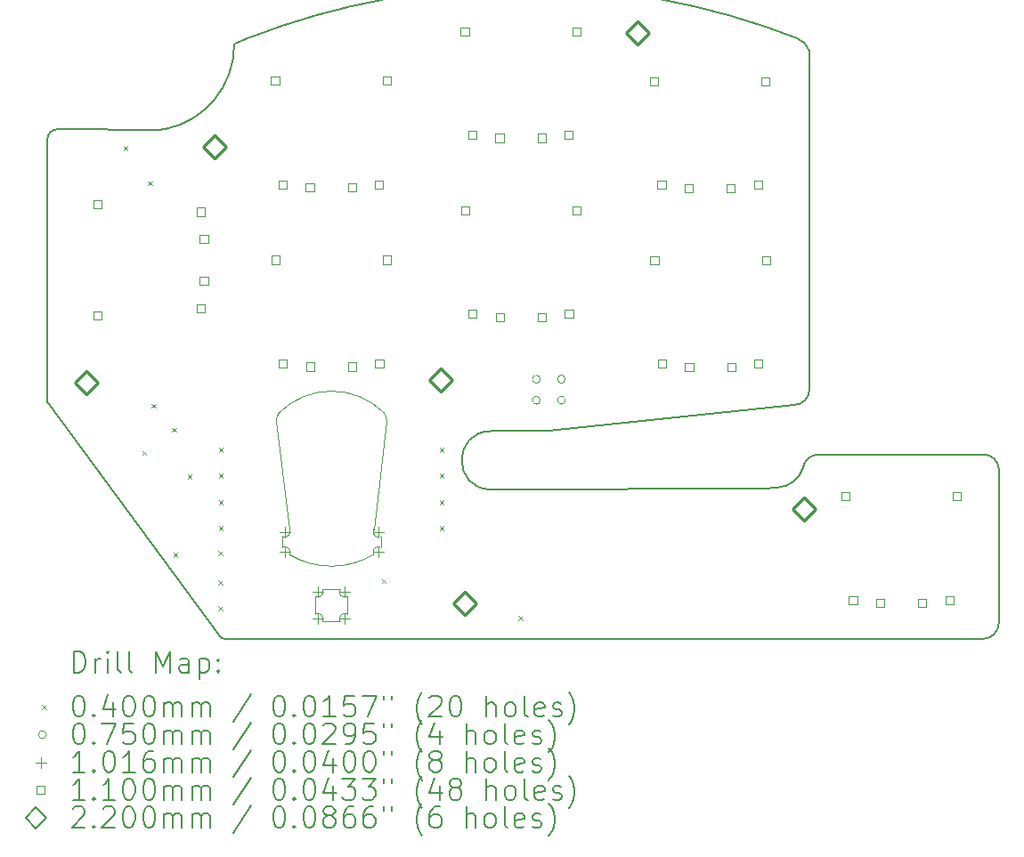
<source format=gbr>
%TF.GenerationSoftware,KiCad,Pcbnew,8.0.2*%
%TF.CreationDate,2024-07-06T21:08:29-05:00*%
%TF.ProjectId,bonsai,626f6e73-6169-42e6-9b69-6361645f7063,v1*%
%TF.SameCoordinates,Original*%
%TF.FileFunction,Drillmap*%
%TF.FilePolarity,Positive*%
%FSLAX45Y45*%
G04 Gerber Fmt 4.5, Leading zero omitted, Abs format (unit mm)*
G04 Created by KiCad (PCBNEW 8.0.2) date 2024-07-06 21:08:29*
%MOMM*%
%LPD*%
G01*
G04 APERTURE LIST*
%ADD10C,0.150000*%
%ADD11C,0.120000*%
%ADD12C,0.050000*%
%ADD13C,0.200000*%
%ADD14C,0.100000*%
%ADD15C,0.101600*%
%ADD16C,0.110000*%
%ADD17C,0.220000*%
G04 APERTURE END LIST*
D10*
X10258360Y-5813360D02*
G75*
G02*
X10405000Y-5960000I0J-146640D01*
G01*
X3134185Y-1915924D02*
G75*
G02*
X2475000Y-2720000I-820000J0D01*
G01*
X8602950Y-5196310D02*
G75*
G02*
X8456310Y-5342950I-146640J0D01*
G01*
X8485376Y-1854036D02*
G75*
G02*
X8602914Y-1975637I-60376J-175964D01*
G01*
X6126680Y-5592500D02*
X5575000Y-5592500D01*
X8156640Y-6138900D02*
X5575000Y-6147500D01*
X3134185Y-1915924D02*
X3137500Y-1910000D01*
X3137500Y-1910000D02*
X3145000Y-1905000D01*
X5575000Y-6147500D02*
G75*
G02*
X5575000Y-5592500I0J277500D01*
G01*
X10405000Y-5960000D02*
X10402950Y-7421310D01*
X6126680Y-5592500D02*
X8456310Y-5342950D01*
X3145000Y-1905000D02*
X3275000Y-1850000D01*
X2417455Y-2722976D02*
X2475000Y-2720000D01*
X1356640Y-2818900D02*
G75*
G02*
X1456640Y-2718900I100000J0D01*
G01*
X3275000Y-1850000D02*
G75*
G02*
X8485376Y-1854036I2600000J-6700000D01*
G01*
X1369041Y-5335708D02*
X1360000Y-5320000D01*
X1360000Y-5320000D02*
X1357500Y-5305000D01*
X1356640Y-5295000D02*
X1356640Y-2818900D01*
X1357500Y-5305000D02*
X1356640Y-5295000D01*
X10402950Y-7421310D02*
G75*
G02*
X10256310Y-7567950I-146640J0D01*
G01*
X10256310Y-7567950D02*
X3040000Y-7568897D01*
X3040000Y-7568897D02*
X3025000Y-7565000D01*
X3015000Y-7560000D02*
X2996968Y-7542237D01*
X3025000Y-7565000D02*
X3015000Y-7560000D01*
X8541218Y-5947356D02*
G75*
G02*
X8685009Y-5815258I148782J-17644D01*
G01*
X8541218Y-5947356D02*
G75*
G02*
X8306780Y-6128151I-255148J88456D01*
G01*
X8715000Y-5813360D02*
X10258360Y-5813360D01*
X8602914Y-1975637D02*
X8602950Y-5196310D01*
X8685009Y-5815258D02*
X8715000Y-5813360D01*
X8156640Y-6138900D02*
X8306780Y-6128151D01*
X1369041Y-5335708D02*
X2996968Y-7542237D01*
X1456640Y-2718900D02*
X2417455Y-2722976D01*
D11*
X4529544Y-6594180D02*
G75*
G02*
X4460964Y-6525600I-24775J43805D01*
G01*
X4460964Y-6766900D02*
G75*
G02*
X4529544Y-6698320I43805J24775D01*
G01*
D12*
X4460964Y-6766900D02*
G75*
G02*
X3658324Y-6766900I-401320J672600D01*
G01*
D11*
X3658324Y-6525600D02*
G75*
G02*
X3589744Y-6594180I-43805J-24775D01*
G01*
X3589744Y-6698320D02*
G75*
G02*
X3658324Y-6766900I24775J-43805D01*
G01*
X4529544Y-6594180D02*
X4529544Y-6698320D01*
D12*
X4460964Y-6525600D02*
X4584644Y-5494300D01*
D11*
X3589744Y-6698320D02*
X3589744Y-6594180D01*
D12*
X3534644Y-5494300D02*
X3658324Y-6525600D01*
X3559644Y-5419300D02*
G75*
G02*
X4559644Y-5419300I500000J-500000D01*
G01*
X4559644Y-5419300D02*
G75*
G02*
X4584644Y-5494300I-100000J-75000D01*
G01*
X3534644Y-5494300D02*
G75*
G02*
X3559644Y-5419300I124999J0D01*
G01*
D11*
X4209040Y-7165280D02*
G75*
G02*
X4140460Y-7096700I-24775J43805D01*
G01*
X4140460Y-7401500D02*
G75*
G02*
X4209040Y-7332920I43805J24775D01*
G01*
X3972820Y-7096700D02*
G75*
G02*
X3904240Y-7165280I-43805J-24775D01*
G01*
X3904240Y-7332920D02*
G75*
G02*
X3972820Y-7401500I24775J-43805D01*
G01*
X4209040Y-7332920D02*
X4209040Y-7165280D01*
X4140460Y-7401500D02*
X3972820Y-7401500D01*
X4140460Y-7096700D02*
X3972820Y-7096700D01*
X3904240Y-7332920D02*
X3904240Y-7165280D01*
D13*
D14*
X2080000Y-2880000D02*
X2120000Y-2920000D01*
X2120000Y-2880000D02*
X2080000Y-2920000D01*
X2260000Y-5780000D02*
X2300000Y-5820000D01*
X2300000Y-5780000D02*
X2260000Y-5820000D01*
X2315000Y-3215000D02*
X2355000Y-3255000D01*
X2355000Y-3215000D02*
X2315000Y-3255000D01*
X2347500Y-5332500D02*
X2387500Y-5372500D01*
X2387500Y-5332500D02*
X2347500Y-5372500D01*
X2540000Y-5560000D02*
X2580000Y-5600000D01*
X2580000Y-5560000D02*
X2540000Y-5600000D01*
X2555000Y-6750000D02*
X2595000Y-6790000D01*
X2595000Y-6750000D02*
X2555000Y-6790000D01*
X2690000Y-6005000D02*
X2730000Y-6045000D01*
X2730000Y-6005000D02*
X2690000Y-6045000D01*
X2980000Y-6730000D02*
X3020000Y-6770000D01*
X3020000Y-6730000D02*
X2980000Y-6770000D01*
X2980000Y-7010000D02*
X3020000Y-7050000D01*
X3020000Y-7010000D02*
X2980000Y-7050000D01*
X2980000Y-7260000D02*
X3020000Y-7300000D01*
X3020000Y-7260000D02*
X2980000Y-7300000D01*
X2986640Y-5748900D02*
X3026640Y-5788900D01*
X3026640Y-5748900D02*
X2986640Y-5788900D01*
X2986640Y-5998900D02*
X3026640Y-6038900D01*
X3026640Y-5998900D02*
X2986640Y-6038900D01*
X2986640Y-6248900D02*
X3026640Y-6288900D01*
X3026640Y-6248900D02*
X2986640Y-6288900D01*
X2986640Y-6498900D02*
X3026640Y-6538900D01*
X3026640Y-6498900D02*
X2986640Y-6538900D01*
X4536640Y-6998900D02*
X4576640Y-7038900D01*
X4576640Y-6998900D02*
X4536640Y-7038900D01*
X5086640Y-5748900D02*
X5126640Y-5788900D01*
X5126640Y-5748900D02*
X5086640Y-5788900D01*
X5086640Y-5998900D02*
X5126640Y-6038900D01*
X5126640Y-5998900D02*
X5086640Y-6038900D01*
X5086640Y-6248900D02*
X5126640Y-6288900D01*
X5126640Y-6248900D02*
X5086640Y-6288900D01*
X5086640Y-6498900D02*
X5126640Y-6538900D01*
X5126640Y-6498900D02*
X5086640Y-6538900D01*
X5835105Y-7349895D02*
X5875105Y-7389895D01*
X5875105Y-7349895D02*
X5835105Y-7389895D01*
X6044140Y-5098900D02*
G75*
G02*
X5969140Y-5098900I-37500J0D01*
G01*
X5969140Y-5098900D02*
G75*
G02*
X6044140Y-5098900I37500J0D01*
G01*
X6044140Y-5298900D02*
G75*
G02*
X5969140Y-5298900I-37500J0D01*
G01*
X5969140Y-5298900D02*
G75*
G02*
X6044140Y-5298900I37500J0D01*
G01*
X6282500Y-5097500D02*
G75*
G02*
X6207500Y-5097500I-37500J0D01*
G01*
X6207500Y-5097500D02*
G75*
G02*
X6282500Y-5097500I37500J0D01*
G01*
X6282500Y-5297500D02*
G75*
G02*
X6207500Y-5297500I-37500J0D01*
G01*
X6207500Y-5297500D02*
G75*
G02*
X6282500Y-5297500I37500J0D01*
G01*
D15*
X3615144Y-6500200D02*
X3615144Y-6601800D01*
X3564344Y-6551000D02*
X3665944Y-6551000D01*
X3615144Y-6690700D02*
X3615144Y-6792300D01*
X3564344Y-6741500D02*
X3665944Y-6741500D01*
X3929640Y-7071300D02*
X3929640Y-7172900D01*
X3878840Y-7122100D02*
X3980440Y-7122100D01*
X3929640Y-7325300D02*
X3929640Y-7426900D01*
X3878840Y-7376100D02*
X3980440Y-7376100D01*
X4183640Y-7071300D02*
X4183640Y-7172900D01*
X4132840Y-7122100D02*
X4234440Y-7122100D01*
X4183640Y-7325300D02*
X4183640Y-7426900D01*
X4132840Y-7376100D02*
X4234440Y-7376100D01*
X4504144Y-6500200D02*
X4504144Y-6601800D01*
X4453344Y-6551000D02*
X4554944Y-6551000D01*
X4504144Y-6690700D02*
X4504144Y-6792300D01*
X4453344Y-6741500D02*
X4554944Y-6741500D01*
D16*
X1870531Y-3472791D02*
X1870531Y-3395009D01*
X1792749Y-3395009D01*
X1792749Y-3472791D01*
X1870531Y-3472791D01*
X1870531Y-4532791D02*
X1870531Y-4455009D01*
X1792749Y-4455009D01*
X1792749Y-4532791D01*
X1870531Y-4532791D01*
X2855531Y-3544791D02*
X2855531Y-3467009D01*
X2777749Y-3467009D01*
X2777749Y-3544791D01*
X2855531Y-3544791D01*
X2855531Y-4460791D02*
X2855531Y-4383009D01*
X2777749Y-4383009D01*
X2777749Y-4460791D01*
X2855531Y-4460791D01*
X2885531Y-3802791D02*
X2885531Y-3725009D01*
X2807749Y-3725009D01*
X2807749Y-3802791D01*
X2885531Y-3802791D01*
X2885531Y-4202791D02*
X2885531Y-4125009D01*
X2807749Y-4125009D01*
X2807749Y-4202791D01*
X2885531Y-4202791D01*
X3562171Y-2299191D02*
X3562171Y-2221409D01*
X3484389Y-2221409D01*
X3484389Y-2299191D01*
X3562171Y-2299191D01*
X3565531Y-4002791D02*
X3565531Y-3925009D01*
X3487749Y-3925009D01*
X3487749Y-4002791D01*
X3565531Y-4002791D01*
X3634171Y-3284191D02*
X3634171Y-3206409D01*
X3556389Y-3206409D01*
X3556389Y-3284191D01*
X3634171Y-3284191D01*
X3637531Y-4987791D02*
X3637531Y-4910009D01*
X3559749Y-4910009D01*
X3559749Y-4987791D01*
X3637531Y-4987791D01*
X3892171Y-3314191D02*
X3892171Y-3236409D01*
X3814389Y-3236409D01*
X3814389Y-3314191D01*
X3892171Y-3314191D01*
X3895531Y-5017791D02*
X3895531Y-4940009D01*
X3817749Y-4940009D01*
X3817749Y-5017791D01*
X3895531Y-5017791D01*
X4292171Y-3314191D02*
X4292171Y-3236409D01*
X4214389Y-3236409D01*
X4214389Y-3314191D01*
X4292171Y-3314191D01*
X4295531Y-5017791D02*
X4295531Y-4940009D01*
X4217749Y-4940009D01*
X4217749Y-5017791D01*
X4295531Y-5017791D01*
X4550171Y-3284191D02*
X4550171Y-3206409D01*
X4472389Y-3206409D01*
X4472389Y-3284191D01*
X4550171Y-3284191D01*
X4553531Y-4987791D02*
X4553531Y-4910009D01*
X4475749Y-4910009D01*
X4475749Y-4987791D01*
X4553531Y-4987791D01*
X4622171Y-2299191D02*
X4622171Y-2221409D01*
X4544389Y-2221409D01*
X4544389Y-2299191D01*
X4622171Y-2299191D01*
X4625531Y-4002791D02*
X4625531Y-3925009D01*
X4547749Y-3925009D01*
X4547749Y-4002791D01*
X4625531Y-4002791D01*
X5365531Y-1827791D02*
X5365531Y-1750009D01*
X5287749Y-1750009D01*
X5287749Y-1827791D01*
X5365531Y-1827791D01*
X5368891Y-3531391D02*
X5368891Y-3453609D01*
X5291109Y-3453609D01*
X5291109Y-3531391D01*
X5368891Y-3531391D01*
X5437531Y-2812791D02*
X5437531Y-2735009D01*
X5359749Y-2735009D01*
X5359749Y-2812791D01*
X5437531Y-2812791D01*
X5440891Y-4516391D02*
X5440891Y-4438609D01*
X5363109Y-4438609D01*
X5363109Y-4516391D01*
X5440891Y-4516391D01*
X5695531Y-2842791D02*
X5695531Y-2765009D01*
X5617749Y-2765009D01*
X5617749Y-2842791D01*
X5695531Y-2842791D01*
X5698891Y-4546391D02*
X5698891Y-4468609D01*
X5621109Y-4468609D01*
X5621109Y-4546391D01*
X5698891Y-4546391D01*
X6095531Y-2842791D02*
X6095531Y-2765009D01*
X6017749Y-2765009D01*
X6017749Y-2842791D01*
X6095531Y-2842791D01*
X6098891Y-4546391D02*
X6098891Y-4468609D01*
X6021109Y-4468609D01*
X6021109Y-4546391D01*
X6098891Y-4546391D01*
X6353531Y-2812791D02*
X6353531Y-2735009D01*
X6275749Y-2735009D01*
X6275749Y-2812791D01*
X6353531Y-2812791D01*
X6356891Y-4516391D02*
X6356891Y-4438609D01*
X6279109Y-4438609D01*
X6279109Y-4516391D01*
X6356891Y-4516391D01*
X6425531Y-1827791D02*
X6425531Y-1750009D01*
X6347749Y-1750009D01*
X6347749Y-1827791D01*
X6425531Y-1827791D01*
X6428891Y-3531391D02*
X6428891Y-3453609D01*
X6351109Y-3453609D01*
X6351109Y-3531391D01*
X6428891Y-3531391D01*
X7165531Y-2302791D02*
X7165531Y-2225009D01*
X7087749Y-2225009D01*
X7087749Y-2302791D01*
X7165531Y-2302791D01*
X7168891Y-4006391D02*
X7168891Y-3928609D01*
X7091109Y-3928609D01*
X7091109Y-4006391D01*
X7168891Y-4006391D01*
X7237531Y-3287791D02*
X7237531Y-3210009D01*
X7159749Y-3210009D01*
X7159749Y-3287791D01*
X7237531Y-3287791D01*
X7240891Y-4991391D02*
X7240891Y-4913609D01*
X7163109Y-4913609D01*
X7163109Y-4991391D01*
X7240891Y-4991391D01*
X7495531Y-3317791D02*
X7495531Y-3240009D01*
X7417749Y-3240009D01*
X7417749Y-3317791D01*
X7495531Y-3317791D01*
X7498891Y-5021391D02*
X7498891Y-4943609D01*
X7421109Y-4943609D01*
X7421109Y-5021391D01*
X7498891Y-5021391D01*
X7895531Y-3317791D02*
X7895531Y-3240009D01*
X7817749Y-3240009D01*
X7817749Y-3317791D01*
X7895531Y-3317791D01*
X7898891Y-5021391D02*
X7898891Y-4943609D01*
X7821109Y-4943609D01*
X7821109Y-5021391D01*
X7898891Y-5021391D01*
X8153531Y-3287791D02*
X8153531Y-3210009D01*
X8075749Y-3210009D01*
X8075749Y-3287791D01*
X8153531Y-3287791D01*
X8156891Y-4991391D02*
X8156891Y-4913609D01*
X8079109Y-4913609D01*
X8079109Y-4991391D01*
X8156891Y-4991391D01*
X8225531Y-2302791D02*
X8225531Y-2225009D01*
X8147749Y-2225009D01*
X8147749Y-2302791D01*
X8225531Y-2302791D01*
X8228891Y-4006391D02*
X8228891Y-3928609D01*
X8151109Y-3928609D01*
X8151109Y-4006391D01*
X8228891Y-4006391D01*
X8985531Y-6252791D02*
X8985531Y-6175009D01*
X8907749Y-6175009D01*
X8907749Y-6252791D01*
X8985531Y-6252791D01*
X9057531Y-7237791D02*
X9057531Y-7160009D01*
X8979749Y-7160009D01*
X8979749Y-7237791D01*
X9057531Y-7237791D01*
X9315531Y-7267791D02*
X9315531Y-7190009D01*
X9237749Y-7190009D01*
X9237749Y-7267791D01*
X9315531Y-7267791D01*
X9715531Y-7267791D02*
X9715531Y-7190009D01*
X9637749Y-7190009D01*
X9637749Y-7267791D01*
X9715531Y-7267791D01*
X9973531Y-7237791D02*
X9973531Y-7160009D01*
X9895749Y-7160009D01*
X9895749Y-7237791D01*
X9973531Y-7237791D01*
X10045531Y-6252791D02*
X10045531Y-6175009D01*
X9967749Y-6175009D01*
X9967749Y-6252791D01*
X10045531Y-6252791D01*
D17*
X1730000Y-5240000D02*
X1840000Y-5130000D01*
X1730000Y-5020000D01*
X1620000Y-5130000D01*
X1730000Y-5240000D01*
X2945000Y-3000000D02*
X3055000Y-2890000D01*
X2945000Y-2780000D01*
X2835000Y-2890000D01*
X2945000Y-3000000D01*
X5095000Y-5215000D02*
X5205000Y-5105000D01*
X5095000Y-4995000D01*
X4985000Y-5105000D01*
X5095000Y-5215000D01*
X5330000Y-7345000D02*
X5440000Y-7235000D01*
X5330000Y-7125000D01*
X5220000Y-7235000D01*
X5330000Y-7345000D01*
X6970000Y-1915000D02*
X7080000Y-1805000D01*
X6970000Y-1695000D01*
X6860000Y-1805000D01*
X6970000Y-1915000D01*
X8550000Y-6445000D02*
X8660000Y-6335000D01*
X8550000Y-6225000D01*
X8440000Y-6335000D01*
X8550000Y-6445000D01*
D13*
X1609917Y-7887881D02*
X1609917Y-7687881D01*
X1609917Y-7687881D02*
X1657536Y-7687881D01*
X1657536Y-7687881D02*
X1686107Y-7697404D01*
X1686107Y-7697404D02*
X1705155Y-7716452D01*
X1705155Y-7716452D02*
X1714679Y-7735500D01*
X1714679Y-7735500D02*
X1724202Y-7773595D01*
X1724202Y-7773595D02*
X1724202Y-7802166D01*
X1724202Y-7802166D02*
X1714679Y-7840262D01*
X1714679Y-7840262D02*
X1705155Y-7859309D01*
X1705155Y-7859309D02*
X1686107Y-7878357D01*
X1686107Y-7878357D02*
X1657536Y-7887881D01*
X1657536Y-7887881D02*
X1609917Y-7887881D01*
X1809917Y-7887881D02*
X1809917Y-7754547D01*
X1809917Y-7792643D02*
X1819441Y-7773595D01*
X1819441Y-7773595D02*
X1828964Y-7764071D01*
X1828964Y-7764071D02*
X1848012Y-7754547D01*
X1848012Y-7754547D02*
X1867060Y-7754547D01*
X1933726Y-7887881D02*
X1933726Y-7754547D01*
X1933726Y-7687881D02*
X1924202Y-7697404D01*
X1924202Y-7697404D02*
X1933726Y-7706928D01*
X1933726Y-7706928D02*
X1943250Y-7697404D01*
X1943250Y-7697404D02*
X1933726Y-7687881D01*
X1933726Y-7687881D02*
X1933726Y-7706928D01*
X2057536Y-7887881D02*
X2038488Y-7878357D01*
X2038488Y-7878357D02*
X2028964Y-7859309D01*
X2028964Y-7859309D02*
X2028964Y-7687881D01*
X2162298Y-7887881D02*
X2143250Y-7878357D01*
X2143250Y-7878357D02*
X2133726Y-7859309D01*
X2133726Y-7859309D02*
X2133726Y-7687881D01*
X2390869Y-7887881D02*
X2390869Y-7687881D01*
X2390869Y-7687881D02*
X2457536Y-7830738D01*
X2457536Y-7830738D02*
X2524203Y-7687881D01*
X2524203Y-7687881D02*
X2524203Y-7887881D01*
X2705155Y-7887881D02*
X2705155Y-7783119D01*
X2705155Y-7783119D02*
X2695631Y-7764071D01*
X2695631Y-7764071D02*
X2676584Y-7754547D01*
X2676584Y-7754547D02*
X2638488Y-7754547D01*
X2638488Y-7754547D02*
X2619441Y-7764071D01*
X2705155Y-7878357D02*
X2686107Y-7887881D01*
X2686107Y-7887881D02*
X2638488Y-7887881D01*
X2638488Y-7887881D02*
X2619441Y-7878357D01*
X2619441Y-7878357D02*
X2609917Y-7859309D01*
X2609917Y-7859309D02*
X2609917Y-7840262D01*
X2609917Y-7840262D02*
X2619441Y-7821214D01*
X2619441Y-7821214D02*
X2638488Y-7811690D01*
X2638488Y-7811690D02*
X2686107Y-7811690D01*
X2686107Y-7811690D02*
X2705155Y-7802166D01*
X2800393Y-7754547D02*
X2800393Y-7954547D01*
X2800393Y-7764071D02*
X2819441Y-7754547D01*
X2819441Y-7754547D02*
X2857536Y-7754547D01*
X2857536Y-7754547D02*
X2876583Y-7764071D01*
X2876583Y-7764071D02*
X2886107Y-7773595D01*
X2886107Y-7773595D02*
X2895631Y-7792643D01*
X2895631Y-7792643D02*
X2895631Y-7849785D01*
X2895631Y-7849785D02*
X2886107Y-7868833D01*
X2886107Y-7868833D02*
X2876583Y-7878357D01*
X2876583Y-7878357D02*
X2857536Y-7887881D01*
X2857536Y-7887881D02*
X2819441Y-7887881D01*
X2819441Y-7887881D02*
X2800393Y-7878357D01*
X2981345Y-7868833D02*
X2990869Y-7878357D01*
X2990869Y-7878357D02*
X2981345Y-7887881D01*
X2981345Y-7887881D02*
X2971822Y-7878357D01*
X2971822Y-7878357D02*
X2981345Y-7868833D01*
X2981345Y-7868833D02*
X2981345Y-7887881D01*
X2981345Y-7764071D02*
X2990869Y-7773595D01*
X2990869Y-7773595D02*
X2981345Y-7783119D01*
X2981345Y-7783119D02*
X2971822Y-7773595D01*
X2971822Y-7773595D02*
X2981345Y-7764071D01*
X2981345Y-7764071D02*
X2981345Y-7783119D01*
D14*
X1309140Y-8196397D02*
X1349140Y-8236397D01*
X1349140Y-8196397D02*
X1309140Y-8236397D01*
D13*
X1648012Y-8107881D02*
X1667060Y-8107881D01*
X1667060Y-8107881D02*
X1686107Y-8117404D01*
X1686107Y-8117404D02*
X1695631Y-8126928D01*
X1695631Y-8126928D02*
X1705155Y-8145976D01*
X1705155Y-8145976D02*
X1714679Y-8184071D01*
X1714679Y-8184071D02*
X1714679Y-8231690D01*
X1714679Y-8231690D02*
X1705155Y-8269785D01*
X1705155Y-8269785D02*
X1695631Y-8288833D01*
X1695631Y-8288833D02*
X1686107Y-8298357D01*
X1686107Y-8298357D02*
X1667060Y-8307881D01*
X1667060Y-8307881D02*
X1648012Y-8307881D01*
X1648012Y-8307881D02*
X1628964Y-8298357D01*
X1628964Y-8298357D02*
X1619441Y-8288833D01*
X1619441Y-8288833D02*
X1609917Y-8269785D01*
X1609917Y-8269785D02*
X1600393Y-8231690D01*
X1600393Y-8231690D02*
X1600393Y-8184071D01*
X1600393Y-8184071D02*
X1609917Y-8145976D01*
X1609917Y-8145976D02*
X1619441Y-8126928D01*
X1619441Y-8126928D02*
X1628964Y-8117404D01*
X1628964Y-8117404D02*
X1648012Y-8107881D01*
X1800393Y-8288833D02*
X1809917Y-8298357D01*
X1809917Y-8298357D02*
X1800393Y-8307881D01*
X1800393Y-8307881D02*
X1790869Y-8298357D01*
X1790869Y-8298357D02*
X1800393Y-8288833D01*
X1800393Y-8288833D02*
X1800393Y-8307881D01*
X1981345Y-8174547D02*
X1981345Y-8307881D01*
X1933726Y-8098357D02*
X1886107Y-8241214D01*
X1886107Y-8241214D02*
X2009917Y-8241214D01*
X2124203Y-8107881D02*
X2143250Y-8107881D01*
X2143250Y-8107881D02*
X2162298Y-8117404D01*
X2162298Y-8117404D02*
X2171822Y-8126928D01*
X2171822Y-8126928D02*
X2181345Y-8145976D01*
X2181345Y-8145976D02*
X2190869Y-8184071D01*
X2190869Y-8184071D02*
X2190869Y-8231690D01*
X2190869Y-8231690D02*
X2181345Y-8269785D01*
X2181345Y-8269785D02*
X2171822Y-8288833D01*
X2171822Y-8288833D02*
X2162298Y-8298357D01*
X2162298Y-8298357D02*
X2143250Y-8307881D01*
X2143250Y-8307881D02*
X2124203Y-8307881D01*
X2124203Y-8307881D02*
X2105155Y-8298357D01*
X2105155Y-8298357D02*
X2095631Y-8288833D01*
X2095631Y-8288833D02*
X2086107Y-8269785D01*
X2086107Y-8269785D02*
X2076583Y-8231690D01*
X2076583Y-8231690D02*
X2076583Y-8184071D01*
X2076583Y-8184071D02*
X2086107Y-8145976D01*
X2086107Y-8145976D02*
X2095631Y-8126928D01*
X2095631Y-8126928D02*
X2105155Y-8117404D01*
X2105155Y-8117404D02*
X2124203Y-8107881D01*
X2314679Y-8107881D02*
X2333726Y-8107881D01*
X2333726Y-8107881D02*
X2352774Y-8117404D01*
X2352774Y-8117404D02*
X2362298Y-8126928D01*
X2362298Y-8126928D02*
X2371822Y-8145976D01*
X2371822Y-8145976D02*
X2381345Y-8184071D01*
X2381345Y-8184071D02*
X2381345Y-8231690D01*
X2381345Y-8231690D02*
X2371822Y-8269785D01*
X2371822Y-8269785D02*
X2362298Y-8288833D01*
X2362298Y-8288833D02*
X2352774Y-8298357D01*
X2352774Y-8298357D02*
X2333726Y-8307881D01*
X2333726Y-8307881D02*
X2314679Y-8307881D01*
X2314679Y-8307881D02*
X2295631Y-8298357D01*
X2295631Y-8298357D02*
X2286107Y-8288833D01*
X2286107Y-8288833D02*
X2276584Y-8269785D01*
X2276584Y-8269785D02*
X2267060Y-8231690D01*
X2267060Y-8231690D02*
X2267060Y-8184071D01*
X2267060Y-8184071D02*
X2276584Y-8145976D01*
X2276584Y-8145976D02*
X2286107Y-8126928D01*
X2286107Y-8126928D02*
X2295631Y-8117404D01*
X2295631Y-8117404D02*
X2314679Y-8107881D01*
X2467060Y-8307881D02*
X2467060Y-8174547D01*
X2467060Y-8193595D02*
X2476584Y-8184071D01*
X2476584Y-8184071D02*
X2495631Y-8174547D01*
X2495631Y-8174547D02*
X2524203Y-8174547D01*
X2524203Y-8174547D02*
X2543250Y-8184071D01*
X2543250Y-8184071D02*
X2552774Y-8203119D01*
X2552774Y-8203119D02*
X2552774Y-8307881D01*
X2552774Y-8203119D02*
X2562298Y-8184071D01*
X2562298Y-8184071D02*
X2581345Y-8174547D01*
X2581345Y-8174547D02*
X2609917Y-8174547D01*
X2609917Y-8174547D02*
X2628965Y-8184071D01*
X2628965Y-8184071D02*
X2638488Y-8203119D01*
X2638488Y-8203119D02*
X2638488Y-8307881D01*
X2733726Y-8307881D02*
X2733726Y-8174547D01*
X2733726Y-8193595D02*
X2743250Y-8184071D01*
X2743250Y-8184071D02*
X2762298Y-8174547D01*
X2762298Y-8174547D02*
X2790869Y-8174547D01*
X2790869Y-8174547D02*
X2809917Y-8184071D01*
X2809917Y-8184071D02*
X2819441Y-8203119D01*
X2819441Y-8203119D02*
X2819441Y-8307881D01*
X2819441Y-8203119D02*
X2828964Y-8184071D01*
X2828964Y-8184071D02*
X2848012Y-8174547D01*
X2848012Y-8174547D02*
X2876583Y-8174547D01*
X2876583Y-8174547D02*
X2895631Y-8184071D01*
X2895631Y-8184071D02*
X2905155Y-8203119D01*
X2905155Y-8203119D02*
X2905155Y-8307881D01*
X3295631Y-8098357D02*
X3124203Y-8355500D01*
X3552774Y-8107881D02*
X3571822Y-8107881D01*
X3571822Y-8107881D02*
X3590869Y-8117404D01*
X3590869Y-8117404D02*
X3600393Y-8126928D01*
X3600393Y-8126928D02*
X3609917Y-8145976D01*
X3609917Y-8145976D02*
X3619441Y-8184071D01*
X3619441Y-8184071D02*
X3619441Y-8231690D01*
X3619441Y-8231690D02*
X3609917Y-8269785D01*
X3609917Y-8269785D02*
X3600393Y-8288833D01*
X3600393Y-8288833D02*
X3590869Y-8298357D01*
X3590869Y-8298357D02*
X3571822Y-8307881D01*
X3571822Y-8307881D02*
X3552774Y-8307881D01*
X3552774Y-8307881D02*
X3533726Y-8298357D01*
X3533726Y-8298357D02*
X3524203Y-8288833D01*
X3524203Y-8288833D02*
X3514679Y-8269785D01*
X3514679Y-8269785D02*
X3505155Y-8231690D01*
X3505155Y-8231690D02*
X3505155Y-8184071D01*
X3505155Y-8184071D02*
X3514679Y-8145976D01*
X3514679Y-8145976D02*
X3524203Y-8126928D01*
X3524203Y-8126928D02*
X3533726Y-8117404D01*
X3533726Y-8117404D02*
X3552774Y-8107881D01*
X3705155Y-8288833D02*
X3714679Y-8298357D01*
X3714679Y-8298357D02*
X3705155Y-8307881D01*
X3705155Y-8307881D02*
X3695631Y-8298357D01*
X3695631Y-8298357D02*
X3705155Y-8288833D01*
X3705155Y-8288833D02*
X3705155Y-8307881D01*
X3838488Y-8107881D02*
X3857536Y-8107881D01*
X3857536Y-8107881D02*
X3876584Y-8117404D01*
X3876584Y-8117404D02*
X3886107Y-8126928D01*
X3886107Y-8126928D02*
X3895631Y-8145976D01*
X3895631Y-8145976D02*
X3905155Y-8184071D01*
X3905155Y-8184071D02*
X3905155Y-8231690D01*
X3905155Y-8231690D02*
X3895631Y-8269785D01*
X3895631Y-8269785D02*
X3886107Y-8288833D01*
X3886107Y-8288833D02*
X3876584Y-8298357D01*
X3876584Y-8298357D02*
X3857536Y-8307881D01*
X3857536Y-8307881D02*
X3838488Y-8307881D01*
X3838488Y-8307881D02*
X3819441Y-8298357D01*
X3819441Y-8298357D02*
X3809917Y-8288833D01*
X3809917Y-8288833D02*
X3800393Y-8269785D01*
X3800393Y-8269785D02*
X3790869Y-8231690D01*
X3790869Y-8231690D02*
X3790869Y-8184071D01*
X3790869Y-8184071D02*
X3800393Y-8145976D01*
X3800393Y-8145976D02*
X3809917Y-8126928D01*
X3809917Y-8126928D02*
X3819441Y-8117404D01*
X3819441Y-8117404D02*
X3838488Y-8107881D01*
X4095631Y-8307881D02*
X3981346Y-8307881D01*
X4038488Y-8307881D02*
X4038488Y-8107881D01*
X4038488Y-8107881D02*
X4019441Y-8136452D01*
X4019441Y-8136452D02*
X4000393Y-8155500D01*
X4000393Y-8155500D02*
X3981346Y-8165023D01*
X4276584Y-8107881D02*
X4181346Y-8107881D01*
X4181346Y-8107881D02*
X4171822Y-8203119D01*
X4171822Y-8203119D02*
X4181346Y-8193595D01*
X4181346Y-8193595D02*
X4200393Y-8184071D01*
X4200393Y-8184071D02*
X4248012Y-8184071D01*
X4248012Y-8184071D02*
X4267060Y-8193595D01*
X4267060Y-8193595D02*
X4276584Y-8203119D01*
X4276584Y-8203119D02*
X4286108Y-8222166D01*
X4286108Y-8222166D02*
X4286108Y-8269785D01*
X4286108Y-8269785D02*
X4276584Y-8288833D01*
X4276584Y-8288833D02*
X4267060Y-8298357D01*
X4267060Y-8298357D02*
X4248012Y-8307881D01*
X4248012Y-8307881D02*
X4200393Y-8307881D01*
X4200393Y-8307881D02*
X4181346Y-8298357D01*
X4181346Y-8298357D02*
X4171822Y-8288833D01*
X4352774Y-8107881D02*
X4486108Y-8107881D01*
X4486108Y-8107881D02*
X4400393Y-8307881D01*
X4552774Y-8107881D02*
X4552774Y-8145976D01*
X4628965Y-8107881D02*
X4628965Y-8145976D01*
X4924203Y-8384071D02*
X4914679Y-8374547D01*
X4914679Y-8374547D02*
X4895631Y-8345976D01*
X4895631Y-8345976D02*
X4886108Y-8326928D01*
X4886108Y-8326928D02*
X4876584Y-8298357D01*
X4876584Y-8298357D02*
X4867060Y-8250738D01*
X4867060Y-8250738D02*
X4867060Y-8212643D01*
X4867060Y-8212643D02*
X4876584Y-8165023D01*
X4876584Y-8165023D02*
X4886108Y-8136452D01*
X4886108Y-8136452D02*
X4895631Y-8117404D01*
X4895631Y-8117404D02*
X4914679Y-8088833D01*
X4914679Y-8088833D02*
X4924203Y-8079309D01*
X4990870Y-8126928D02*
X5000393Y-8117404D01*
X5000393Y-8117404D02*
X5019441Y-8107881D01*
X5019441Y-8107881D02*
X5067060Y-8107881D01*
X5067060Y-8107881D02*
X5086108Y-8117404D01*
X5086108Y-8117404D02*
X5095631Y-8126928D01*
X5095631Y-8126928D02*
X5105155Y-8145976D01*
X5105155Y-8145976D02*
X5105155Y-8165023D01*
X5105155Y-8165023D02*
X5095631Y-8193595D01*
X5095631Y-8193595D02*
X4981346Y-8307881D01*
X4981346Y-8307881D02*
X5105155Y-8307881D01*
X5228965Y-8107881D02*
X5248012Y-8107881D01*
X5248012Y-8107881D02*
X5267060Y-8117404D01*
X5267060Y-8117404D02*
X5276584Y-8126928D01*
X5276584Y-8126928D02*
X5286108Y-8145976D01*
X5286108Y-8145976D02*
X5295631Y-8184071D01*
X5295631Y-8184071D02*
X5295631Y-8231690D01*
X5295631Y-8231690D02*
X5286108Y-8269785D01*
X5286108Y-8269785D02*
X5276584Y-8288833D01*
X5276584Y-8288833D02*
X5267060Y-8298357D01*
X5267060Y-8298357D02*
X5248012Y-8307881D01*
X5248012Y-8307881D02*
X5228965Y-8307881D01*
X5228965Y-8307881D02*
X5209917Y-8298357D01*
X5209917Y-8298357D02*
X5200393Y-8288833D01*
X5200393Y-8288833D02*
X5190870Y-8269785D01*
X5190870Y-8269785D02*
X5181346Y-8231690D01*
X5181346Y-8231690D02*
X5181346Y-8184071D01*
X5181346Y-8184071D02*
X5190870Y-8145976D01*
X5190870Y-8145976D02*
X5200393Y-8126928D01*
X5200393Y-8126928D02*
X5209917Y-8117404D01*
X5209917Y-8117404D02*
X5228965Y-8107881D01*
X5533727Y-8307881D02*
X5533727Y-8107881D01*
X5619441Y-8307881D02*
X5619441Y-8203119D01*
X5619441Y-8203119D02*
X5609917Y-8184071D01*
X5609917Y-8184071D02*
X5590870Y-8174547D01*
X5590870Y-8174547D02*
X5562298Y-8174547D01*
X5562298Y-8174547D02*
X5543251Y-8184071D01*
X5543251Y-8184071D02*
X5533727Y-8193595D01*
X5743250Y-8307881D02*
X5724203Y-8298357D01*
X5724203Y-8298357D02*
X5714679Y-8288833D01*
X5714679Y-8288833D02*
X5705155Y-8269785D01*
X5705155Y-8269785D02*
X5705155Y-8212643D01*
X5705155Y-8212643D02*
X5714679Y-8193595D01*
X5714679Y-8193595D02*
X5724203Y-8184071D01*
X5724203Y-8184071D02*
X5743250Y-8174547D01*
X5743250Y-8174547D02*
X5771822Y-8174547D01*
X5771822Y-8174547D02*
X5790870Y-8184071D01*
X5790870Y-8184071D02*
X5800393Y-8193595D01*
X5800393Y-8193595D02*
X5809917Y-8212643D01*
X5809917Y-8212643D02*
X5809917Y-8269785D01*
X5809917Y-8269785D02*
X5800393Y-8288833D01*
X5800393Y-8288833D02*
X5790870Y-8298357D01*
X5790870Y-8298357D02*
X5771822Y-8307881D01*
X5771822Y-8307881D02*
X5743250Y-8307881D01*
X5924203Y-8307881D02*
X5905155Y-8298357D01*
X5905155Y-8298357D02*
X5895631Y-8279309D01*
X5895631Y-8279309D02*
X5895631Y-8107881D01*
X6076584Y-8298357D02*
X6057536Y-8307881D01*
X6057536Y-8307881D02*
X6019441Y-8307881D01*
X6019441Y-8307881D02*
X6000393Y-8298357D01*
X6000393Y-8298357D02*
X5990870Y-8279309D01*
X5990870Y-8279309D02*
X5990870Y-8203119D01*
X5990870Y-8203119D02*
X6000393Y-8184071D01*
X6000393Y-8184071D02*
X6019441Y-8174547D01*
X6019441Y-8174547D02*
X6057536Y-8174547D01*
X6057536Y-8174547D02*
X6076584Y-8184071D01*
X6076584Y-8184071D02*
X6086108Y-8203119D01*
X6086108Y-8203119D02*
X6086108Y-8222166D01*
X6086108Y-8222166D02*
X5990870Y-8241214D01*
X6162298Y-8298357D02*
X6181346Y-8307881D01*
X6181346Y-8307881D02*
X6219441Y-8307881D01*
X6219441Y-8307881D02*
X6238489Y-8298357D01*
X6238489Y-8298357D02*
X6248012Y-8279309D01*
X6248012Y-8279309D02*
X6248012Y-8269785D01*
X6248012Y-8269785D02*
X6238489Y-8250738D01*
X6238489Y-8250738D02*
X6219441Y-8241214D01*
X6219441Y-8241214D02*
X6190870Y-8241214D01*
X6190870Y-8241214D02*
X6171822Y-8231690D01*
X6171822Y-8231690D02*
X6162298Y-8212643D01*
X6162298Y-8212643D02*
X6162298Y-8203119D01*
X6162298Y-8203119D02*
X6171822Y-8184071D01*
X6171822Y-8184071D02*
X6190870Y-8174547D01*
X6190870Y-8174547D02*
X6219441Y-8174547D01*
X6219441Y-8174547D02*
X6238489Y-8184071D01*
X6314679Y-8384071D02*
X6324203Y-8374547D01*
X6324203Y-8374547D02*
X6343251Y-8345976D01*
X6343251Y-8345976D02*
X6352774Y-8326928D01*
X6352774Y-8326928D02*
X6362298Y-8298357D01*
X6362298Y-8298357D02*
X6371822Y-8250738D01*
X6371822Y-8250738D02*
X6371822Y-8212643D01*
X6371822Y-8212643D02*
X6362298Y-8165023D01*
X6362298Y-8165023D02*
X6352774Y-8136452D01*
X6352774Y-8136452D02*
X6343251Y-8117404D01*
X6343251Y-8117404D02*
X6324203Y-8088833D01*
X6324203Y-8088833D02*
X6314679Y-8079309D01*
D14*
X1349140Y-8480397D02*
G75*
G02*
X1274140Y-8480397I-37500J0D01*
G01*
X1274140Y-8480397D02*
G75*
G02*
X1349140Y-8480397I37500J0D01*
G01*
D13*
X1648012Y-8371881D02*
X1667060Y-8371881D01*
X1667060Y-8371881D02*
X1686107Y-8381404D01*
X1686107Y-8381404D02*
X1695631Y-8390928D01*
X1695631Y-8390928D02*
X1705155Y-8409976D01*
X1705155Y-8409976D02*
X1714679Y-8448071D01*
X1714679Y-8448071D02*
X1714679Y-8495690D01*
X1714679Y-8495690D02*
X1705155Y-8533785D01*
X1705155Y-8533785D02*
X1695631Y-8552833D01*
X1695631Y-8552833D02*
X1686107Y-8562357D01*
X1686107Y-8562357D02*
X1667060Y-8571881D01*
X1667060Y-8571881D02*
X1648012Y-8571881D01*
X1648012Y-8571881D02*
X1628964Y-8562357D01*
X1628964Y-8562357D02*
X1619441Y-8552833D01*
X1619441Y-8552833D02*
X1609917Y-8533785D01*
X1609917Y-8533785D02*
X1600393Y-8495690D01*
X1600393Y-8495690D02*
X1600393Y-8448071D01*
X1600393Y-8448071D02*
X1609917Y-8409976D01*
X1609917Y-8409976D02*
X1619441Y-8390928D01*
X1619441Y-8390928D02*
X1628964Y-8381404D01*
X1628964Y-8381404D02*
X1648012Y-8371881D01*
X1800393Y-8552833D02*
X1809917Y-8562357D01*
X1809917Y-8562357D02*
X1800393Y-8571881D01*
X1800393Y-8571881D02*
X1790869Y-8562357D01*
X1790869Y-8562357D02*
X1800393Y-8552833D01*
X1800393Y-8552833D02*
X1800393Y-8571881D01*
X1876583Y-8371881D02*
X2009917Y-8371881D01*
X2009917Y-8371881D02*
X1924202Y-8571881D01*
X2181345Y-8371881D02*
X2086107Y-8371881D01*
X2086107Y-8371881D02*
X2076583Y-8467119D01*
X2076583Y-8467119D02*
X2086107Y-8457595D01*
X2086107Y-8457595D02*
X2105155Y-8448071D01*
X2105155Y-8448071D02*
X2152774Y-8448071D01*
X2152774Y-8448071D02*
X2171822Y-8457595D01*
X2171822Y-8457595D02*
X2181345Y-8467119D01*
X2181345Y-8467119D02*
X2190869Y-8486166D01*
X2190869Y-8486166D02*
X2190869Y-8533785D01*
X2190869Y-8533785D02*
X2181345Y-8552833D01*
X2181345Y-8552833D02*
X2171822Y-8562357D01*
X2171822Y-8562357D02*
X2152774Y-8571881D01*
X2152774Y-8571881D02*
X2105155Y-8571881D01*
X2105155Y-8571881D02*
X2086107Y-8562357D01*
X2086107Y-8562357D02*
X2076583Y-8552833D01*
X2314679Y-8371881D02*
X2333726Y-8371881D01*
X2333726Y-8371881D02*
X2352774Y-8381404D01*
X2352774Y-8381404D02*
X2362298Y-8390928D01*
X2362298Y-8390928D02*
X2371822Y-8409976D01*
X2371822Y-8409976D02*
X2381345Y-8448071D01*
X2381345Y-8448071D02*
X2381345Y-8495690D01*
X2381345Y-8495690D02*
X2371822Y-8533785D01*
X2371822Y-8533785D02*
X2362298Y-8552833D01*
X2362298Y-8552833D02*
X2352774Y-8562357D01*
X2352774Y-8562357D02*
X2333726Y-8571881D01*
X2333726Y-8571881D02*
X2314679Y-8571881D01*
X2314679Y-8571881D02*
X2295631Y-8562357D01*
X2295631Y-8562357D02*
X2286107Y-8552833D01*
X2286107Y-8552833D02*
X2276584Y-8533785D01*
X2276584Y-8533785D02*
X2267060Y-8495690D01*
X2267060Y-8495690D02*
X2267060Y-8448071D01*
X2267060Y-8448071D02*
X2276584Y-8409976D01*
X2276584Y-8409976D02*
X2286107Y-8390928D01*
X2286107Y-8390928D02*
X2295631Y-8381404D01*
X2295631Y-8381404D02*
X2314679Y-8371881D01*
X2467060Y-8571881D02*
X2467060Y-8438547D01*
X2467060Y-8457595D02*
X2476584Y-8448071D01*
X2476584Y-8448071D02*
X2495631Y-8438547D01*
X2495631Y-8438547D02*
X2524203Y-8438547D01*
X2524203Y-8438547D02*
X2543250Y-8448071D01*
X2543250Y-8448071D02*
X2552774Y-8467119D01*
X2552774Y-8467119D02*
X2552774Y-8571881D01*
X2552774Y-8467119D02*
X2562298Y-8448071D01*
X2562298Y-8448071D02*
X2581345Y-8438547D01*
X2581345Y-8438547D02*
X2609917Y-8438547D01*
X2609917Y-8438547D02*
X2628965Y-8448071D01*
X2628965Y-8448071D02*
X2638488Y-8467119D01*
X2638488Y-8467119D02*
X2638488Y-8571881D01*
X2733726Y-8571881D02*
X2733726Y-8438547D01*
X2733726Y-8457595D02*
X2743250Y-8448071D01*
X2743250Y-8448071D02*
X2762298Y-8438547D01*
X2762298Y-8438547D02*
X2790869Y-8438547D01*
X2790869Y-8438547D02*
X2809917Y-8448071D01*
X2809917Y-8448071D02*
X2819441Y-8467119D01*
X2819441Y-8467119D02*
X2819441Y-8571881D01*
X2819441Y-8467119D02*
X2828964Y-8448071D01*
X2828964Y-8448071D02*
X2848012Y-8438547D01*
X2848012Y-8438547D02*
X2876583Y-8438547D01*
X2876583Y-8438547D02*
X2895631Y-8448071D01*
X2895631Y-8448071D02*
X2905155Y-8467119D01*
X2905155Y-8467119D02*
X2905155Y-8571881D01*
X3295631Y-8362357D02*
X3124203Y-8619500D01*
X3552774Y-8371881D02*
X3571822Y-8371881D01*
X3571822Y-8371881D02*
X3590869Y-8381404D01*
X3590869Y-8381404D02*
X3600393Y-8390928D01*
X3600393Y-8390928D02*
X3609917Y-8409976D01*
X3609917Y-8409976D02*
X3619441Y-8448071D01*
X3619441Y-8448071D02*
X3619441Y-8495690D01*
X3619441Y-8495690D02*
X3609917Y-8533785D01*
X3609917Y-8533785D02*
X3600393Y-8552833D01*
X3600393Y-8552833D02*
X3590869Y-8562357D01*
X3590869Y-8562357D02*
X3571822Y-8571881D01*
X3571822Y-8571881D02*
X3552774Y-8571881D01*
X3552774Y-8571881D02*
X3533726Y-8562357D01*
X3533726Y-8562357D02*
X3524203Y-8552833D01*
X3524203Y-8552833D02*
X3514679Y-8533785D01*
X3514679Y-8533785D02*
X3505155Y-8495690D01*
X3505155Y-8495690D02*
X3505155Y-8448071D01*
X3505155Y-8448071D02*
X3514679Y-8409976D01*
X3514679Y-8409976D02*
X3524203Y-8390928D01*
X3524203Y-8390928D02*
X3533726Y-8381404D01*
X3533726Y-8381404D02*
X3552774Y-8371881D01*
X3705155Y-8552833D02*
X3714679Y-8562357D01*
X3714679Y-8562357D02*
X3705155Y-8571881D01*
X3705155Y-8571881D02*
X3695631Y-8562357D01*
X3695631Y-8562357D02*
X3705155Y-8552833D01*
X3705155Y-8552833D02*
X3705155Y-8571881D01*
X3838488Y-8371881D02*
X3857536Y-8371881D01*
X3857536Y-8371881D02*
X3876584Y-8381404D01*
X3876584Y-8381404D02*
X3886107Y-8390928D01*
X3886107Y-8390928D02*
X3895631Y-8409976D01*
X3895631Y-8409976D02*
X3905155Y-8448071D01*
X3905155Y-8448071D02*
X3905155Y-8495690D01*
X3905155Y-8495690D02*
X3895631Y-8533785D01*
X3895631Y-8533785D02*
X3886107Y-8552833D01*
X3886107Y-8552833D02*
X3876584Y-8562357D01*
X3876584Y-8562357D02*
X3857536Y-8571881D01*
X3857536Y-8571881D02*
X3838488Y-8571881D01*
X3838488Y-8571881D02*
X3819441Y-8562357D01*
X3819441Y-8562357D02*
X3809917Y-8552833D01*
X3809917Y-8552833D02*
X3800393Y-8533785D01*
X3800393Y-8533785D02*
X3790869Y-8495690D01*
X3790869Y-8495690D02*
X3790869Y-8448071D01*
X3790869Y-8448071D02*
X3800393Y-8409976D01*
X3800393Y-8409976D02*
X3809917Y-8390928D01*
X3809917Y-8390928D02*
X3819441Y-8381404D01*
X3819441Y-8381404D02*
X3838488Y-8371881D01*
X3981346Y-8390928D02*
X3990869Y-8381404D01*
X3990869Y-8381404D02*
X4009917Y-8371881D01*
X4009917Y-8371881D02*
X4057536Y-8371881D01*
X4057536Y-8371881D02*
X4076584Y-8381404D01*
X4076584Y-8381404D02*
X4086107Y-8390928D01*
X4086107Y-8390928D02*
X4095631Y-8409976D01*
X4095631Y-8409976D02*
X4095631Y-8429024D01*
X4095631Y-8429024D02*
X4086107Y-8457595D01*
X4086107Y-8457595D02*
X3971822Y-8571881D01*
X3971822Y-8571881D02*
X4095631Y-8571881D01*
X4190869Y-8571881D02*
X4228965Y-8571881D01*
X4228965Y-8571881D02*
X4248012Y-8562357D01*
X4248012Y-8562357D02*
X4257536Y-8552833D01*
X4257536Y-8552833D02*
X4276584Y-8524262D01*
X4276584Y-8524262D02*
X4286108Y-8486166D01*
X4286108Y-8486166D02*
X4286108Y-8409976D01*
X4286108Y-8409976D02*
X4276584Y-8390928D01*
X4276584Y-8390928D02*
X4267060Y-8381404D01*
X4267060Y-8381404D02*
X4248012Y-8371881D01*
X4248012Y-8371881D02*
X4209917Y-8371881D01*
X4209917Y-8371881D02*
X4190869Y-8381404D01*
X4190869Y-8381404D02*
X4181346Y-8390928D01*
X4181346Y-8390928D02*
X4171822Y-8409976D01*
X4171822Y-8409976D02*
X4171822Y-8457595D01*
X4171822Y-8457595D02*
X4181346Y-8476643D01*
X4181346Y-8476643D02*
X4190869Y-8486166D01*
X4190869Y-8486166D02*
X4209917Y-8495690D01*
X4209917Y-8495690D02*
X4248012Y-8495690D01*
X4248012Y-8495690D02*
X4267060Y-8486166D01*
X4267060Y-8486166D02*
X4276584Y-8476643D01*
X4276584Y-8476643D02*
X4286108Y-8457595D01*
X4467060Y-8371881D02*
X4371822Y-8371881D01*
X4371822Y-8371881D02*
X4362298Y-8467119D01*
X4362298Y-8467119D02*
X4371822Y-8457595D01*
X4371822Y-8457595D02*
X4390869Y-8448071D01*
X4390869Y-8448071D02*
X4438489Y-8448071D01*
X4438489Y-8448071D02*
X4457536Y-8457595D01*
X4457536Y-8457595D02*
X4467060Y-8467119D01*
X4467060Y-8467119D02*
X4476584Y-8486166D01*
X4476584Y-8486166D02*
X4476584Y-8533785D01*
X4476584Y-8533785D02*
X4467060Y-8552833D01*
X4467060Y-8552833D02*
X4457536Y-8562357D01*
X4457536Y-8562357D02*
X4438489Y-8571881D01*
X4438489Y-8571881D02*
X4390869Y-8571881D01*
X4390869Y-8571881D02*
X4371822Y-8562357D01*
X4371822Y-8562357D02*
X4362298Y-8552833D01*
X4552774Y-8371881D02*
X4552774Y-8409976D01*
X4628965Y-8371881D02*
X4628965Y-8409976D01*
X4924203Y-8648071D02*
X4914679Y-8638547D01*
X4914679Y-8638547D02*
X4895631Y-8609976D01*
X4895631Y-8609976D02*
X4886108Y-8590928D01*
X4886108Y-8590928D02*
X4876584Y-8562357D01*
X4876584Y-8562357D02*
X4867060Y-8514738D01*
X4867060Y-8514738D02*
X4867060Y-8476643D01*
X4867060Y-8476643D02*
X4876584Y-8429024D01*
X4876584Y-8429024D02*
X4886108Y-8400452D01*
X4886108Y-8400452D02*
X4895631Y-8381404D01*
X4895631Y-8381404D02*
X4914679Y-8352833D01*
X4914679Y-8352833D02*
X4924203Y-8343309D01*
X5086108Y-8438547D02*
X5086108Y-8571881D01*
X5038489Y-8362357D02*
X4990870Y-8505214D01*
X4990870Y-8505214D02*
X5114679Y-8505214D01*
X5343251Y-8571881D02*
X5343251Y-8371881D01*
X5428965Y-8571881D02*
X5428965Y-8467119D01*
X5428965Y-8467119D02*
X5419441Y-8448071D01*
X5419441Y-8448071D02*
X5400393Y-8438547D01*
X5400393Y-8438547D02*
X5371822Y-8438547D01*
X5371822Y-8438547D02*
X5352774Y-8448071D01*
X5352774Y-8448071D02*
X5343251Y-8457595D01*
X5552774Y-8571881D02*
X5533727Y-8562357D01*
X5533727Y-8562357D02*
X5524203Y-8552833D01*
X5524203Y-8552833D02*
X5514679Y-8533785D01*
X5514679Y-8533785D02*
X5514679Y-8476643D01*
X5514679Y-8476643D02*
X5524203Y-8457595D01*
X5524203Y-8457595D02*
X5533727Y-8448071D01*
X5533727Y-8448071D02*
X5552774Y-8438547D01*
X5552774Y-8438547D02*
X5581346Y-8438547D01*
X5581346Y-8438547D02*
X5600393Y-8448071D01*
X5600393Y-8448071D02*
X5609917Y-8457595D01*
X5609917Y-8457595D02*
X5619441Y-8476643D01*
X5619441Y-8476643D02*
X5619441Y-8533785D01*
X5619441Y-8533785D02*
X5609917Y-8552833D01*
X5609917Y-8552833D02*
X5600393Y-8562357D01*
X5600393Y-8562357D02*
X5581346Y-8571881D01*
X5581346Y-8571881D02*
X5552774Y-8571881D01*
X5733727Y-8571881D02*
X5714679Y-8562357D01*
X5714679Y-8562357D02*
X5705155Y-8543309D01*
X5705155Y-8543309D02*
X5705155Y-8371881D01*
X5886108Y-8562357D02*
X5867060Y-8571881D01*
X5867060Y-8571881D02*
X5828965Y-8571881D01*
X5828965Y-8571881D02*
X5809917Y-8562357D01*
X5809917Y-8562357D02*
X5800393Y-8543309D01*
X5800393Y-8543309D02*
X5800393Y-8467119D01*
X5800393Y-8467119D02*
X5809917Y-8448071D01*
X5809917Y-8448071D02*
X5828965Y-8438547D01*
X5828965Y-8438547D02*
X5867060Y-8438547D01*
X5867060Y-8438547D02*
X5886108Y-8448071D01*
X5886108Y-8448071D02*
X5895631Y-8467119D01*
X5895631Y-8467119D02*
X5895631Y-8486166D01*
X5895631Y-8486166D02*
X5800393Y-8505214D01*
X5971822Y-8562357D02*
X5990870Y-8571881D01*
X5990870Y-8571881D02*
X6028965Y-8571881D01*
X6028965Y-8571881D02*
X6048012Y-8562357D01*
X6048012Y-8562357D02*
X6057536Y-8543309D01*
X6057536Y-8543309D02*
X6057536Y-8533785D01*
X6057536Y-8533785D02*
X6048012Y-8514738D01*
X6048012Y-8514738D02*
X6028965Y-8505214D01*
X6028965Y-8505214D02*
X6000393Y-8505214D01*
X6000393Y-8505214D02*
X5981346Y-8495690D01*
X5981346Y-8495690D02*
X5971822Y-8476643D01*
X5971822Y-8476643D02*
X5971822Y-8467119D01*
X5971822Y-8467119D02*
X5981346Y-8448071D01*
X5981346Y-8448071D02*
X6000393Y-8438547D01*
X6000393Y-8438547D02*
X6028965Y-8438547D01*
X6028965Y-8438547D02*
X6048012Y-8448071D01*
X6124203Y-8648071D02*
X6133727Y-8638547D01*
X6133727Y-8638547D02*
X6152774Y-8609976D01*
X6152774Y-8609976D02*
X6162298Y-8590928D01*
X6162298Y-8590928D02*
X6171822Y-8562357D01*
X6171822Y-8562357D02*
X6181346Y-8514738D01*
X6181346Y-8514738D02*
X6181346Y-8476643D01*
X6181346Y-8476643D02*
X6171822Y-8429024D01*
X6171822Y-8429024D02*
X6162298Y-8400452D01*
X6162298Y-8400452D02*
X6152774Y-8381404D01*
X6152774Y-8381404D02*
X6133727Y-8352833D01*
X6133727Y-8352833D02*
X6124203Y-8343309D01*
D15*
X1298340Y-8693597D02*
X1298340Y-8795197D01*
X1247540Y-8744397D02*
X1349140Y-8744397D01*
D13*
X1714679Y-8835881D02*
X1600393Y-8835881D01*
X1657536Y-8835881D02*
X1657536Y-8635881D01*
X1657536Y-8635881D02*
X1638488Y-8664452D01*
X1638488Y-8664452D02*
X1619441Y-8683500D01*
X1619441Y-8683500D02*
X1600393Y-8693024D01*
X1800393Y-8816833D02*
X1809917Y-8826357D01*
X1809917Y-8826357D02*
X1800393Y-8835881D01*
X1800393Y-8835881D02*
X1790869Y-8826357D01*
X1790869Y-8826357D02*
X1800393Y-8816833D01*
X1800393Y-8816833D02*
X1800393Y-8835881D01*
X1933726Y-8635881D02*
X1952774Y-8635881D01*
X1952774Y-8635881D02*
X1971822Y-8645405D01*
X1971822Y-8645405D02*
X1981345Y-8654928D01*
X1981345Y-8654928D02*
X1990869Y-8673976D01*
X1990869Y-8673976D02*
X2000393Y-8712071D01*
X2000393Y-8712071D02*
X2000393Y-8759690D01*
X2000393Y-8759690D02*
X1990869Y-8797785D01*
X1990869Y-8797785D02*
X1981345Y-8816833D01*
X1981345Y-8816833D02*
X1971822Y-8826357D01*
X1971822Y-8826357D02*
X1952774Y-8835881D01*
X1952774Y-8835881D02*
X1933726Y-8835881D01*
X1933726Y-8835881D02*
X1914679Y-8826357D01*
X1914679Y-8826357D02*
X1905155Y-8816833D01*
X1905155Y-8816833D02*
X1895631Y-8797785D01*
X1895631Y-8797785D02*
X1886107Y-8759690D01*
X1886107Y-8759690D02*
X1886107Y-8712071D01*
X1886107Y-8712071D02*
X1895631Y-8673976D01*
X1895631Y-8673976D02*
X1905155Y-8654928D01*
X1905155Y-8654928D02*
X1914679Y-8645405D01*
X1914679Y-8645405D02*
X1933726Y-8635881D01*
X2190869Y-8835881D02*
X2076583Y-8835881D01*
X2133726Y-8835881D02*
X2133726Y-8635881D01*
X2133726Y-8635881D02*
X2114679Y-8664452D01*
X2114679Y-8664452D02*
X2095631Y-8683500D01*
X2095631Y-8683500D02*
X2076583Y-8693024D01*
X2362298Y-8635881D02*
X2324203Y-8635881D01*
X2324203Y-8635881D02*
X2305155Y-8645405D01*
X2305155Y-8645405D02*
X2295631Y-8654928D01*
X2295631Y-8654928D02*
X2276584Y-8683500D01*
X2276584Y-8683500D02*
X2267060Y-8721595D01*
X2267060Y-8721595D02*
X2267060Y-8797785D01*
X2267060Y-8797785D02*
X2276584Y-8816833D01*
X2276584Y-8816833D02*
X2286107Y-8826357D01*
X2286107Y-8826357D02*
X2305155Y-8835881D01*
X2305155Y-8835881D02*
X2343250Y-8835881D01*
X2343250Y-8835881D02*
X2362298Y-8826357D01*
X2362298Y-8826357D02*
X2371822Y-8816833D01*
X2371822Y-8816833D02*
X2381345Y-8797785D01*
X2381345Y-8797785D02*
X2381345Y-8750166D01*
X2381345Y-8750166D02*
X2371822Y-8731119D01*
X2371822Y-8731119D02*
X2362298Y-8721595D01*
X2362298Y-8721595D02*
X2343250Y-8712071D01*
X2343250Y-8712071D02*
X2305155Y-8712071D01*
X2305155Y-8712071D02*
X2286107Y-8721595D01*
X2286107Y-8721595D02*
X2276584Y-8731119D01*
X2276584Y-8731119D02*
X2267060Y-8750166D01*
X2467060Y-8835881D02*
X2467060Y-8702547D01*
X2467060Y-8721595D02*
X2476584Y-8712071D01*
X2476584Y-8712071D02*
X2495631Y-8702547D01*
X2495631Y-8702547D02*
X2524203Y-8702547D01*
X2524203Y-8702547D02*
X2543250Y-8712071D01*
X2543250Y-8712071D02*
X2552774Y-8731119D01*
X2552774Y-8731119D02*
X2552774Y-8835881D01*
X2552774Y-8731119D02*
X2562298Y-8712071D01*
X2562298Y-8712071D02*
X2581345Y-8702547D01*
X2581345Y-8702547D02*
X2609917Y-8702547D01*
X2609917Y-8702547D02*
X2628965Y-8712071D01*
X2628965Y-8712071D02*
X2638488Y-8731119D01*
X2638488Y-8731119D02*
X2638488Y-8835881D01*
X2733726Y-8835881D02*
X2733726Y-8702547D01*
X2733726Y-8721595D02*
X2743250Y-8712071D01*
X2743250Y-8712071D02*
X2762298Y-8702547D01*
X2762298Y-8702547D02*
X2790869Y-8702547D01*
X2790869Y-8702547D02*
X2809917Y-8712071D01*
X2809917Y-8712071D02*
X2819441Y-8731119D01*
X2819441Y-8731119D02*
X2819441Y-8835881D01*
X2819441Y-8731119D02*
X2828964Y-8712071D01*
X2828964Y-8712071D02*
X2848012Y-8702547D01*
X2848012Y-8702547D02*
X2876583Y-8702547D01*
X2876583Y-8702547D02*
X2895631Y-8712071D01*
X2895631Y-8712071D02*
X2905155Y-8731119D01*
X2905155Y-8731119D02*
X2905155Y-8835881D01*
X3295631Y-8626357D02*
X3124203Y-8883500D01*
X3552774Y-8635881D02*
X3571822Y-8635881D01*
X3571822Y-8635881D02*
X3590869Y-8645405D01*
X3590869Y-8645405D02*
X3600393Y-8654928D01*
X3600393Y-8654928D02*
X3609917Y-8673976D01*
X3609917Y-8673976D02*
X3619441Y-8712071D01*
X3619441Y-8712071D02*
X3619441Y-8759690D01*
X3619441Y-8759690D02*
X3609917Y-8797785D01*
X3609917Y-8797785D02*
X3600393Y-8816833D01*
X3600393Y-8816833D02*
X3590869Y-8826357D01*
X3590869Y-8826357D02*
X3571822Y-8835881D01*
X3571822Y-8835881D02*
X3552774Y-8835881D01*
X3552774Y-8835881D02*
X3533726Y-8826357D01*
X3533726Y-8826357D02*
X3524203Y-8816833D01*
X3524203Y-8816833D02*
X3514679Y-8797785D01*
X3514679Y-8797785D02*
X3505155Y-8759690D01*
X3505155Y-8759690D02*
X3505155Y-8712071D01*
X3505155Y-8712071D02*
X3514679Y-8673976D01*
X3514679Y-8673976D02*
X3524203Y-8654928D01*
X3524203Y-8654928D02*
X3533726Y-8645405D01*
X3533726Y-8645405D02*
X3552774Y-8635881D01*
X3705155Y-8816833D02*
X3714679Y-8826357D01*
X3714679Y-8826357D02*
X3705155Y-8835881D01*
X3705155Y-8835881D02*
X3695631Y-8826357D01*
X3695631Y-8826357D02*
X3705155Y-8816833D01*
X3705155Y-8816833D02*
X3705155Y-8835881D01*
X3838488Y-8635881D02*
X3857536Y-8635881D01*
X3857536Y-8635881D02*
X3876584Y-8645405D01*
X3876584Y-8645405D02*
X3886107Y-8654928D01*
X3886107Y-8654928D02*
X3895631Y-8673976D01*
X3895631Y-8673976D02*
X3905155Y-8712071D01*
X3905155Y-8712071D02*
X3905155Y-8759690D01*
X3905155Y-8759690D02*
X3895631Y-8797785D01*
X3895631Y-8797785D02*
X3886107Y-8816833D01*
X3886107Y-8816833D02*
X3876584Y-8826357D01*
X3876584Y-8826357D02*
X3857536Y-8835881D01*
X3857536Y-8835881D02*
X3838488Y-8835881D01*
X3838488Y-8835881D02*
X3819441Y-8826357D01*
X3819441Y-8826357D02*
X3809917Y-8816833D01*
X3809917Y-8816833D02*
X3800393Y-8797785D01*
X3800393Y-8797785D02*
X3790869Y-8759690D01*
X3790869Y-8759690D02*
X3790869Y-8712071D01*
X3790869Y-8712071D02*
X3800393Y-8673976D01*
X3800393Y-8673976D02*
X3809917Y-8654928D01*
X3809917Y-8654928D02*
X3819441Y-8645405D01*
X3819441Y-8645405D02*
X3838488Y-8635881D01*
X4076584Y-8702547D02*
X4076584Y-8835881D01*
X4028965Y-8626357D02*
X3981346Y-8769214D01*
X3981346Y-8769214D02*
X4105155Y-8769214D01*
X4219441Y-8635881D02*
X4238489Y-8635881D01*
X4238489Y-8635881D02*
X4257536Y-8645405D01*
X4257536Y-8645405D02*
X4267060Y-8654928D01*
X4267060Y-8654928D02*
X4276584Y-8673976D01*
X4276584Y-8673976D02*
X4286108Y-8712071D01*
X4286108Y-8712071D02*
X4286108Y-8759690D01*
X4286108Y-8759690D02*
X4276584Y-8797785D01*
X4276584Y-8797785D02*
X4267060Y-8816833D01*
X4267060Y-8816833D02*
X4257536Y-8826357D01*
X4257536Y-8826357D02*
X4238489Y-8835881D01*
X4238489Y-8835881D02*
X4219441Y-8835881D01*
X4219441Y-8835881D02*
X4200393Y-8826357D01*
X4200393Y-8826357D02*
X4190869Y-8816833D01*
X4190869Y-8816833D02*
X4181346Y-8797785D01*
X4181346Y-8797785D02*
X4171822Y-8759690D01*
X4171822Y-8759690D02*
X4171822Y-8712071D01*
X4171822Y-8712071D02*
X4181346Y-8673976D01*
X4181346Y-8673976D02*
X4190869Y-8654928D01*
X4190869Y-8654928D02*
X4200393Y-8645405D01*
X4200393Y-8645405D02*
X4219441Y-8635881D01*
X4409917Y-8635881D02*
X4428965Y-8635881D01*
X4428965Y-8635881D02*
X4448012Y-8645405D01*
X4448012Y-8645405D02*
X4457536Y-8654928D01*
X4457536Y-8654928D02*
X4467060Y-8673976D01*
X4467060Y-8673976D02*
X4476584Y-8712071D01*
X4476584Y-8712071D02*
X4476584Y-8759690D01*
X4476584Y-8759690D02*
X4467060Y-8797785D01*
X4467060Y-8797785D02*
X4457536Y-8816833D01*
X4457536Y-8816833D02*
X4448012Y-8826357D01*
X4448012Y-8826357D02*
X4428965Y-8835881D01*
X4428965Y-8835881D02*
X4409917Y-8835881D01*
X4409917Y-8835881D02*
X4390869Y-8826357D01*
X4390869Y-8826357D02*
X4381346Y-8816833D01*
X4381346Y-8816833D02*
X4371822Y-8797785D01*
X4371822Y-8797785D02*
X4362298Y-8759690D01*
X4362298Y-8759690D02*
X4362298Y-8712071D01*
X4362298Y-8712071D02*
X4371822Y-8673976D01*
X4371822Y-8673976D02*
X4381346Y-8654928D01*
X4381346Y-8654928D02*
X4390869Y-8645405D01*
X4390869Y-8645405D02*
X4409917Y-8635881D01*
X4552774Y-8635881D02*
X4552774Y-8673976D01*
X4628965Y-8635881D02*
X4628965Y-8673976D01*
X4924203Y-8912071D02*
X4914679Y-8902547D01*
X4914679Y-8902547D02*
X4895631Y-8873976D01*
X4895631Y-8873976D02*
X4886108Y-8854928D01*
X4886108Y-8854928D02*
X4876584Y-8826357D01*
X4876584Y-8826357D02*
X4867060Y-8778738D01*
X4867060Y-8778738D02*
X4867060Y-8740643D01*
X4867060Y-8740643D02*
X4876584Y-8693024D01*
X4876584Y-8693024D02*
X4886108Y-8664452D01*
X4886108Y-8664452D02*
X4895631Y-8645405D01*
X4895631Y-8645405D02*
X4914679Y-8616833D01*
X4914679Y-8616833D02*
X4924203Y-8607309D01*
X5028965Y-8721595D02*
X5009917Y-8712071D01*
X5009917Y-8712071D02*
X5000393Y-8702547D01*
X5000393Y-8702547D02*
X4990870Y-8683500D01*
X4990870Y-8683500D02*
X4990870Y-8673976D01*
X4990870Y-8673976D02*
X5000393Y-8654928D01*
X5000393Y-8654928D02*
X5009917Y-8645405D01*
X5009917Y-8645405D02*
X5028965Y-8635881D01*
X5028965Y-8635881D02*
X5067060Y-8635881D01*
X5067060Y-8635881D02*
X5086108Y-8645405D01*
X5086108Y-8645405D02*
X5095631Y-8654928D01*
X5095631Y-8654928D02*
X5105155Y-8673976D01*
X5105155Y-8673976D02*
X5105155Y-8683500D01*
X5105155Y-8683500D02*
X5095631Y-8702547D01*
X5095631Y-8702547D02*
X5086108Y-8712071D01*
X5086108Y-8712071D02*
X5067060Y-8721595D01*
X5067060Y-8721595D02*
X5028965Y-8721595D01*
X5028965Y-8721595D02*
X5009917Y-8731119D01*
X5009917Y-8731119D02*
X5000393Y-8740643D01*
X5000393Y-8740643D02*
X4990870Y-8759690D01*
X4990870Y-8759690D02*
X4990870Y-8797785D01*
X4990870Y-8797785D02*
X5000393Y-8816833D01*
X5000393Y-8816833D02*
X5009917Y-8826357D01*
X5009917Y-8826357D02*
X5028965Y-8835881D01*
X5028965Y-8835881D02*
X5067060Y-8835881D01*
X5067060Y-8835881D02*
X5086108Y-8826357D01*
X5086108Y-8826357D02*
X5095631Y-8816833D01*
X5095631Y-8816833D02*
X5105155Y-8797785D01*
X5105155Y-8797785D02*
X5105155Y-8759690D01*
X5105155Y-8759690D02*
X5095631Y-8740643D01*
X5095631Y-8740643D02*
X5086108Y-8731119D01*
X5086108Y-8731119D02*
X5067060Y-8721595D01*
X5343251Y-8835881D02*
X5343251Y-8635881D01*
X5428965Y-8835881D02*
X5428965Y-8731119D01*
X5428965Y-8731119D02*
X5419441Y-8712071D01*
X5419441Y-8712071D02*
X5400393Y-8702547D01*
X5400393Y-8702547D02*
X5371822Y-8702547D01*
X5371822Y-8702547D02*
X5352774Y-8712071D01*
X5352774Y-8712071D02*
X5343251Y-8721595D01*
X5552774Y-8835881D02*
X5533727Y-8826357D01*
X5533727Y-8826357D02*
X5524203Y-8816833D01*
X5524203Y-8816833D02*
X5514679Y-8797785D01*
X5514679Y-8797785D02*
X5514679Y-8740643D01*
X5514679Y-8740643D02*
X5524203Y-8721595D01*
X5524203Y-8721595D02*
X5533727Y-8712071D01*
X5533727Y-8712071D02*
X5552774Y-8702547D01*
X5552774Y-8702547D02*
X5581346Y-8702547D01*
X5581346Y-8702547D02*
X5600393Y-8712071D01*
X5600393Y-8712071D02*
X5609917Y-8721595D01*
X5609917Y-8721595D02*
X5619441Y-8740643D01*
X5619441Y-8740643D02*
X5619441Y-8797785D01*
X5619441Y-8797785D02*
X5609917Y-8816833D01*
X5609917Y-8816833D02*
X5600393Y-8826357D01*
X5600393Y-8826357D02*
X5581346Y-8835881D01*
X5581346Y-8835881D02*
X5552774Y-8835881D01*
X5733727Y-8835881D02*
X5714679Y-8826357D01*
X5714679Y-8826357D02*
X5705155Y-8807309D01*
X5705155Y-8807309D02*
X5705155Y-8635881D01*
X5886108Y-8826357D02*
X5867060Y-8835881D01*
X5867060Y-8835881D02*
X5828965Y-8835881D01*
X5828965Y-8835881D02*
X5809917Y-8826357D01*
X5809917Y-8826357D02*
X5800393Y-8807309D01*
X5800393Y-8807309D02*
X5800393Y-8731119D01*
X5800393Y-8731119D02*
X5809917Y-8712071D01*
X5809917Y-8712071D02*
X5828965Y-8702547D01*
X5828965Y-8702547D02*
X5867060Y-8702547D01*
X5867060Y-8702547D02*
X5886108Y-8712071D01*
X5886108Y-8712071D02*
X5895631Y-8731119D01*
X5895631Y-8731119D02*
X5895631Y-8750166D01*
X5895631Y-8750166D02*
X5800393Y-8769214D01*
X5971822Y-8826357D02*
X5990870Y-8835881D01*
X5990870Y-8835881D02*
X6028965Y-8835881D01*
X6028965Y-8835881D02*
X6048012Y-8826357D01*
X6048012Y-8826357D02*
X6057536Y-8807309D01*
X6057536Y-8807309D02*
X6057536Y-8797785D01*
X6057536Y-8797785D02*
X6048012Y-8778738D01*
X6048012Y-8778738D02*
X6028965Y-8769214D01*
X6028965Y-8769214D02*
X6000393Y-8769214D01*
X6000393Y-8769214D02*
X5981346Y-8759690D01*
X5981346Y-8759690D02*
X5971822Y-8740643D01*
X5971822Y-8740643D02*
X5971822Y-8731119D01*
X5971822Y-8731119D02*
X5981346Y-8712071D01*
X5981346Y-8712071D02*
X6000393Y-8702547D01*
X6000393Y-8702547D02*
X6028965Y-8702547D01*
X6028965Y-8702547D02*
X6048012Y-8712071D01*
X6124203Y-8912071D02*
X6133727Y-8902547D01*
X6133727Y-8902547D02*
X6152774Y-8873976D01*
X6152774Y-8873976D02*
X6162298Y-8854928D01*
X6162298Y-8854928D02*
X6171822Y-8826357D01*
X6171822Y-8826357D02*
X6181346Y-8778738D01*
X6181346Y-8778738D02*
X6181346Y-8740643D01*
X6181346Y-8740643D02*
X6171822Y-8693024D01*
X6171822Y-8693024D02*
X6162298Y-8664452D01*
X6162298Y-8664452D02*
X6152774Y-8645405D01*
X6152774Y-8645405D02*
X6133727Y-8616833D01*
X6133727Y-8616833D02*
X6124203Y-8607309D01*
D16*
X1333031Y-9047288D02*
X1333031Y-8969506D01*
X1255249Y-8969506D01*
X1255249Y-9047288D01*
X1333031Y-9047288D01*
D13*
X1714679Y-9099881D02*
X1600393Y-9099881D01*
X1657536Y-9099881D02*
X1657536Y-8899881D01*
X1657536Y-8899881D02*
X1638488Y-8928452D01*
X1638488Y-8928452D02*
X1619441Y-8947500D01*
X1619441Y-8947500D02*
X1600393Y-8957024D01*
X1800393Y-9080833D02*
X1809917Y-9090357D01*
X1809917Y-9090357D02*
X1800393Y-9099881D01*
X1800393Y-9099881D02*
X1790869Y-9090357D01*
X1790869Y-9090357D02*
X1800393Y-9080833D01*
X1800393Y-9080833D02*
X1800393Y-9099881D01*
X2000393Y-9099881D02*
X1886107Y-9099881D01*
X1943250Y-9099881D02*
X1943250Y-8899881D01*
X1943250Y-8899881D02*
X1924202Y-8928452D01*
X1924202Y-8928452D02*
X1905155Y-8947500D01*
X1905155Y-8947500D02*
X1886107Y-8957024D01*
X2124203Y-8899881D02*
X2143250Y-8899881D01*
X2143250Y-8899881D02*
X2162298Y-8909405D01*
X2162298Y-8909405D02*
X2171822Y-8918928D01*
X2171822Y-8918928D02*
X2181345Y-8937976D01*
X2181345Y-8937976D02*
X2190869Y-8976071D01*
X2190869Y-8976071D02*
X2190869Y-9023690D01*
X2190869Y-9023690D02*
X2181345Y-9061785D01*
X2181345Y-9061785D02*
X2171822Y-9080833D01*
X2171822Y-9080833D02*
X2162298Y-9090357D01*
X2162298Y-9090357D02*
X2143250Y-9099881D01*
X2143250Y-9099881D02*
X2124203Y-9099881D01*
X2124203Y-9099881D02*
X2105155Y-9090357D01*
X2105155Y-9090357D02*
X2095631Y-9080833D01*
X2095631Y-9080833D02*
X2086107Y-9061785D01*
X2086107Y-9061785D02*
X2076583Y-9023690D01*
X2076583Y-9023690D02*
X2076583Y-8976071D01*
X2076583Y-8976071D02*
X2086107Y-8937976D01*
X2086107Y-8937976D02*
X2095631Y-8918928D01*
X2095631Y-8918928D02*
X2105155Y-8909405D01*
X2105155Y-8909405D02*
X2124203Y-8899881D01*
X2314679Y-8899881D02*
X2333726Y-8899881D01*
X2333726Y-8899881D02*
X2352774Y-8909405D01*
X2352774Y-8909405D02*
X2362298Y-8918928D01*
X2362298Y-8918928D02*
X2371822Y-8937976D01*
X2371822Y-8937976D02*
X2381345Y-8976071D01*
X2381345Y-8976071D02*
X2381345Y-9023690D01*
X2381345Y-9023690D02*
X2371822Y-9061785D01*
X2371822Y-9061785D02*
X2362298Y-9080833D01*
X2362298Y-9080833D02*
X2352774Y-9090357D01*
X2352774Y-9090357D02*
X2333726Y-9099881D01*
X2333726Y-9099881D02*
X2314679Y-9099881D01*
X2314679Y-9099881D02*
X2295631Y-9090357D01*
X2295631Y-9090357D02*
X2286107Y-9080833D01*
X2286107Y-9080833D02*
X2276584Y-9061785D01*
X2276584Y-9061785D02*
X2267060Y-9023690D01*
X2267060Y-9023690D02*
X2267060Y-8976071D01*
X2267060Y-8976071D02*
X2276584Y-8937976D01*
X2276584Y-8937976D02*
X2286107Y-8918928D01*
X2286107Y-8918928D02*
X2295631Y-8909405D01*
X2295631Y-8909405D02*
X2314679Y-8899881D01*
X2467060Y-9099881D02*
X2467060Y-8966547D01*
X2467060Y-8985595D02*
X2476584Y-8976071D01*
X2476584Y-8976071D02*
X2495631Y-8966547D01*
X2495631Y-8966547D02*
X2524203Y-8966547D01*
X2524203Y-8966547D02*
X2543250Y-8976071D01*
X2543250Y-8976071D02*
X2552774Y-8995119D01*
X2552774Y-8995119D02*
X2552774Y-9099881D01*
X2552774Y-8995119D02*
X2562298Y-8976071D01*
X2562298Y-8976071D02*
X2581345Y-8966547D01*
X2581345Y-8966547D02*
X2609917Y-8966547D01*
X2609917Y-8966547D02*
X2628965Y-8976071D01*
X2628965Y-8976071D02*
X2638488Y-8995119D01*
X2638488Y-8995119D02*
X2638488Y-9099881D01*
X2733726Y-9099881D02*
X2733726Y-8966547D01*
X2733726Y-8985595D02*
X2743250Y-8976071D01*
X2743250Y-8976071D02*
X2762298Y-8966547D01*
X2762298Y-8966547D02*
X2790869Y-8966547D01*
X2790869Y-8966547D02*
X2809917Y-8976071D01*
X2809917Y-8976071D02*
X2819441Y-8995119D01*
X2819441Y-8995119D02*
X2819441Y-9099881D01*
X2819441Y-8995119D02*
X2828964Y-8976071D01*
X2828964Y-8976071D02*
X2848012Y-8966547D01*
X2848012Y-8966547D02*
X2876583Y-8966547D01*
X2876583Y-8966547D02*
X2895631Y-8976071D01*
X2895631Y-8976071D02*
X2905155Y-8995119D01*
X2905155Y-8995119D02*
X2905155Y-9099881D01*
X3295631Y-8890357D02*
X3124203Y-9147500D01*
X3552774Y-8899881D02*
X3571822Y-8899881D01*
X3571822Y-8899881D02*
X3590869Y-8909405D01*
X3590869Y-8909405D02*
X3600393Y-8918928D01*
X3600393Y-8918928D02*
X3609917Y-8937976D01*
X3609917Y-8937976D02*
X3619441Y-8976071D01*
X3619441Y-8976071D02*
X3619441Y-9023690D01*
X3619441Y-9023690D02*
X3609917Y-9061785D01*
X3609917Y-9061785D02*
X3600393Y-9080833D01*
X3600393Y-9080833D02*
X3590869Y-9090357D01*
X3590869Y-9090357D02*
X3571822Y-9099881D01*
X3571822Y-9099881D02*
X3552774Y-9099881D01*
X3552774Y-9099881D02*
X3533726Y-9090357D01*
X3533726Y-9090357D02*
X3524203Y-9080833D01*
X3524203Y-9080833D02*
X3514679Y-9061785D01*
X3514679Y-9061785D02*
X3505155Y-9023690D01*
X3505155Y-9023690D02*
X3505155Y-8976071D01*
X3505155Y-8976071D02*
X3514679Y-8937976D01*
X3514679Y-8937976D02*
X3524203Y-8918928D01*
X3524203Y-8918928D02*
X3533726Y-8909405D01*
X3533726Y-8909405D02*
X3552774Y-8899881D01*
X3705155Y-9080833D02*
X3714679Y-9090357D01*
X3714679Y-9090357D02*
X3705155Y-9099881D01*
X3705155Y-9099881D02*
X3695631Y-9090357D01*
X3695631Y-9090357D02*
X3705155Y-9080833D01*
X3705155Y-9080833D02*
X3705155Y-9099881D01*
X3838488Y-8899881D02*
X3857536Y-8899881D01*
X3857536Y-8899881D02*
X3876584Y-8909405D01*
X3876584Y-8909405D02*
X3886107Y-8918928D01*
X3886107Y-8918928D02*
X3895631Y-8937976D01*
X3895631Y-8937976D02*
X3905155Y-8976071D01*
X3905155Y-8976071D02*
X3905155Y-9023690D01*
X3905155Y-9023690D02*
X3895631Y-9061785D01*
X3895631Y-9061785D02*
X3886107Y-9080833D01*
X3886107Y-9080833D02*
X3876584Y-9090357D01*
X3876584Y-9090357D02*
X3857536Y-9099881D01*
X3857536Y-9099881D02*
X3838488Y-9099881D01*
X3838488Y-9099881D02*
X3819441Y-9090357D01*
X3819441Y-9090357D02*
X3809917Y-9080833D01*
X3809917Y-9080833D02*
X3800393Y-9061785D01*
X3800393Y-9061785D02*
X3790869Y-9023690D01*
X3790869Y-9023690D02*
X3790869Y-8976071D01*
X3790869Y-8976071D02*
X3800393Y-8937976D01*
X3800393Y-8937976D02*
X3809917Y-8918928D01*
X3809917Y-8918928D02*
X3819441Y-8909405D01*
X3819441Y-8909405D02*
X3838488Y-8899881D01*
X4076584Y-8966547D02*
X4076584Y-9099881D01*
X4028965Y-8890357D02*
X3981346Y-9033214D01*
X3981346Y-9033214D02*
X4105155Y-9033214D01*
X4162298Y-8899881D02*
X4286108Y-8899881D01*
X4286108Y-8899881D02*
X4219441Y-8976071D01*
X4219441Y-8976071D02*
X4248012Y-8976071D01*
X4248012Y-8976071D02*
X4267060Y-8985595D01*
X4267060Y-8985595D02*
X4276584Y-8995119D01*
X4276584Y-8995119D02*
X4286108Y-9014166D01*
X4286108Y-9014166D02*
X4286108Y-9061785D01*
X4286108Y-9061785D02*
X4276584Y-9080833D01*
X4276584Y-9080833D02*
X4267060Y-9090357D01*
X4267060Y-9090357D02*
X4248012Y-9099881D01*
X4248012Y-9099881D02*
X4190869Y-9099881D01*
X4190869Y-9099881D02*
X4171822Y-9090357D01*
X4171822Y-9090357D02*
X4162298Y-9080833D01*
X4352774Y-8899881D02*
X4476584Y-8899881D01*
X4476584Y-8899881D02*
X4409917Y-8976071D01*
X4409917Y-8976071D02*
X4438489Y-8976071D01*
X4438489Y-8976071D02*
X4457536Y-8985595D01*
X4457536Y-8985595D02*
X4467060Y-8995119D01*
X4467060Y-8995119D02*
X4476584Y-9014166D01*
X4476584Y-9014166D02*
X4476584Y-9061785D01*
X4476584Y-9061785D02*
X4467060Y-9080833D01*
X4467060Y-9080833D02*
X4457536Y-9090357D01*
X4457536Y-9090357D02*
X4438489Y-9099881D01*
X4438489Y-9099881D02*
X4381346Y-9099881D01*
X4381346Y-9099881D02*
X4362298Y-9090357D01*
X4362298Y-9090357D02*
X4352774Y-9080833D01*
X4552774Y-8899881D02*
X4552774Y-8937976D01*
X4628965Y-8899881D02*
X4628965Y-8937976D01*
X4924203Y-9176071D02*
X4914679Y-9166547D01*
X4914679Y-9166547D02*
X4895631Y-9137976D01*
X4895631Y-9137976D02*
X4886108Y-9118928D01*
X4886108Y-9118928D02*
X4876584Y-9090357D01*
X4876584Y-9090357D02*
X4867060Y-9042738D01*
X4867060Y-9042738D02*
X4867060Y-9004643D01*
X4867060Y-9004643D02*
X4876584Y-8957024D01*
X4876584Y-8957024D02*
X4886108Y-8928452D01*
X4886108Y-8928452D02*
X4895631Y-8909405D01*
X4895631Y-8909405D02*
X4914679Y-8880833D01*
X4914679Y-8880833D02*
X4924203Y-8871309D01*
X5086108Y-8966547D02*
X5086108Y-9099881D01*
X5038489Y-8890357D02*
X4990870Y-9033214D01*
X4990870Y-9033214D02*
X5114679Y-9033214D01*
X5219441Y-8985595D02*
X5200393Y-8976071D01*
X5200393Y-8976071D02*
X5190870Y-8966547D01*
X5190870Y-8966547D02*
X5181346Y-8947500D01*
X5181346Y-8947500D02*
X5181346Y-8937976D01*
X5181346Y-8937976D02*
X5190870Y-8918928D01*
X5190870Y-8918928D02*
X5200393Y-8909405D01*
X5200393Y-8909405D02*
X5219441Y-8899881D01*
X5219441Y-8899881D02*
X5257536Y-8899881D01*
X5257536Y-8899881D02*
X5276584Y-8909405D01*
X5276584Y-8909405D02*
X5286108Y-8918928D01*
X5286108Y-8918928D02*
X5295631Y-8937976D01*
X5295631Y-8937976D02*
X5295631Y-8947500D01*
X5295631Y-8947500D02*
X5286108Y-8966547D01*
X5286108Y-8966547D02*
X5276584Y-8976071D01*
X5276584Y-8976071D02*
X5257536Y-8985595D01*
X5257536Y-8985595D02*
X5219441Y-8985595D01*
X5219441Y-8985595D02*
X5200393Y-8995119D01*
X5200393Y-8995119D02*
X5190870Y-9004643D01*
X5190870Y-9004643D02*
X5181346Y-9023690D01*
X5181346Y-9023690D02*
X5181346Y-9061785D01*
X5181346Y-9061785D02*
X5190870Y-9080833D01*
X5190870Y-9080833D02*
X5200393Y-9090357D01*
X5200393Y-9090357D02*
X5219441Y-9099881D01*
X5219441Y-9099881D02*
X5257536Y-9099881D01*
X5257536Y-9099881D02*
X5276584Y-9090357D01*
X5276584Y-9090357D02*
X5286108Y-9080833D01*
X5286108Y-9080833D02*
X5295631Y-9061785D01*
X5295631Y-9061785D02*
X5295631Y-9023690D01*
X5295631Y-9023690D02*
X5286108Y-9004643D01*
X5286108Y-9004643D02*
X5276584Y-8995119D01*
X5276584Y-8995119D02*
X5257536Y-8985595D01*
X5533727Y-9099881D02*
X5533727Y-8899881D01*
X5619441Y-9099881D02*
X5619441Y-8995119D01*
X5619441Y-8995119D02*
X5609917Y-8976071D01*
X5609917Y-8976071D02*
X5590870Y-8966547D01*
X5590870Y-8966547D02*
X5562298Y-8966547D01*
X5562298Y-8966547D02*
X5543251Y-8976071D01*
X5543251Y-8976071D02*
X5533727Y-8985595D01*
X5743250Y-9099881D02*
X5724203Y-9090357D01*
X5724203Y-9090357D02*
X5714679Y-9080833D01*
X5714679Y-9080833D02*
X5705155Y-9061785D01*
X5705155Y-9061785D02*
X5705155Y-9004643D01*
X5705155Y-9004643D02*
X5714679Y-8985595D01*
X5714679Y-8985595D02*
X5724203Y-8976071D01*
X5724203Y-8976071D02*
X5743250Y-8966547D01*
X5743250Y-8966547D02*
X5771822Y-8966547D01*
X5771822Y-8966547D02*
X5790870Y-8976071D01*
X5790870Y-8976071D02*
X5800393Y-8985595D01*
X5800393Y-8985595D02*
X5809917Y-9004643D01*
X5809917Y-9004643D02*
X5809917Y-9061785D01*
X5809917Y-9061785D02*
X5800393Y-9080833D01*
X5800393Y-9080833D02*
X5790870Y-9090357D01*
X5790870Y-9090357D02*
X5771822Y-9099881D01*
X5771822Y-9099881D02*
X5743250Y-9099881D01*
X5924203Y-9099881D02*
X5905155Y-9090357D01*
X5905155Y-9090357D02*
X5895631Y-9071309D01*
X5895631Y-9071309D02*
X5895631Y-8899881D01*
X6076584Y-9090357D02*
X6057536Y-9099881D01*
X6057536Y-9099881D02*
X6019441Y-9099881D01*
X6019441Y-9099881D02*
X6000393Y-9090357D01*
X6000393Y-9090357D02*
X5990870Y-9071309D01*
X5990870Y-9071309D02*
X5990870Y-8995119D01*
X5990870Y-8995119D02*
X6000393Y-8976071D01*
X6000393Y-8976071D02*
X6019441Y-8966547D01*
X6019441Y-8966547D02*
X6057536Y-8966547D01*
X6057536Y-8966547D02*
X6076584Y-8976071D01*
X6076584Y-8976071D02*
X6086108Y-8995119D01*
X6086108Y-8995119D02*
X6086108Y-9014166D01*
X6086108Y-9014166D02*
X5990870Y-9033214D01*
X6162298Y-9090357D02*
X6181346Y-9099881D01*
X6181346Y-9099881D02*
X6219441Y-9099881D01*
X6219441Y-9099881D02*
X6238489Y-9090357D01*
X6238489Y-9090357D02*
X6248012Y-9071309D01*
X6248012Y-9071309D02*
X6248012Y-9061785D01*
X6248012Y-9061785D02*
X6238489Y-9042738D01*
X6238489Y-9042738D02*
X6219441Y-9033214D01*
X6219441Y-9033214D02*
X6190870Y-9033214D01*
X6190870Y-9033214D02*
X6171822Y-9023690D01*
X6171822Y-9023690D02*
X6162298Y-9004643D01*
X6162298Y-9004643D02*
X6162298Y-8995119D01*
X6162298Y-8995119D02*
X6171822Y-8976071D01*
X6171822Y-8976071D02*
X6190870Y-8966547D01*
X6190870Y-8966547D02*
X6219441Y-8966547D01*
X6219441Y-8966547D02*
X6238489Y-8976071D01*
X6314679Y-9176071D02*
X6324203Y-9166547D01*
X6324203Y-9166547D02*
X6343251Y-9137976D01*
X6343251Y-9137976D02*
X6352774Y-9118928D01*
X6352774Y-9118928D02*
X6362298Y-9090357D01*
X6362298Y-9090357D02*
X6371822Y-9042738D01*
X6371822Y-9042738D02*
X6371822Y-9004643D01*
X6371822Y-9004643D02*
X6362298Y-8957024D01*
X6362298Y-8957024D02*
X6352774Y-8928452D01*
X6352774Y-8928452D02*
X6343251Y-8909405D01*
X6343251Y-8909405D02*
X6324203Y-8880833D01*
X6324203Y-8880833D02*
X6314679Y-8871309D01*
X1249140Y-9372397D02*
X1349140Y-9272397D01*
X1249140Y-9172397D01*
X1149140Y-9272397D01*
X1249140Y-9372397D01*
X1600393Y-9182928D02*
X1609917Y-9173405D01*
X1609917Y-9173405D02*
X1628964Y-9163881D01*
X1628964Y-9163881D02*
X1676583Y-9163881D01*
X1676583Y-9163881D02*
X1695631Y-9173405D01*
X1695631Y-9173405D02*
X1705155Y-9182928D01*
X1705155Y-9182928D02*
X1714679Y-9201976D01*
X1714679Y-9201976D02*
X1714679Y-9221024D01*
X1714679Y-9221024D02*
X1705155Y-9249595D01*
X1705155Y-9249595D02*
X1590869Y-9363881D01*
X1590869Y-9363881D02*
X1714679Y-9363881D01*
X1800393Y-9344833D02*
X1809917Y-9354357D01*
X1809917Y-9354357D02*
X1800393Y-9363881D01*
X1800393Y-9363881D02*
X1790869Y-9354357D01*
X1790869Y-9354357D02*
X1800393Y-9344833D01*
X1800393Y-9344833D02*
X1800393Y-9363881D01*
X1886107Y-9182928D02*
X1895631Y-9173405D01*
X1895631Y-9173405D02*
X1914679Y-9163881D01*
X1914679Y-9163881D02*
X1962298Y-9163881D01*
X1962298Y-9163881D02*
X1981345Y-9173405D01*
X1981345Y-9173405D02*
X1990869Y-9182928D01*
X1990869Y-9182928D02*
X2000393Y-9201976D01*
X2000393Y-9201976D02*
X2000393Y-9221024D01*
X2000393Y-9221024D02*
X1990869Y-9249595D01*
X1990869Y-9249595D02*
X1876583Y-9363881D01*
X1876583Y-9363881D02*
X2000393Y-9363881D01*
X2124203Y-9163881D02*
X2143250Y-9163881D01*
X2143250Y-9163881D02*
X2162298Y-9173405D01*
X2162298Y-9173405D02*
X2171822Y-9182928D01*
X2171822Y-9182928D02*
X2181345Y-9201976D01*
X2181345Y-9201976D02*
X2190869Y-9240071D01*
X2190869Y-9240071D02*
X2190869Y-9287690D01*
X2190869Y-9287690D02*
X2181345Y-9325785D01*
X2181345Y-9325785D02*
X2171822Y-9344833D01*
X2171822Y-9344833D02*
X2162298Y-9354357D01*
X2162298Y-9354357D02*
X2143250Y-9363881D01*
X2143250Y-9363881D02*
X2124203Y-9363881D01*
X2124203Y-9363881D02*
X2105155Y-9354357D01*
X2105155Y-9354357D02*
X2095631Y-9344833D01*
X2095631Y-9344833D02*
X2086107Y-9325785D01*
X2086107Y-9325785D02*
X2076583Y-9287690D01*
X2076583Y-9287690D02*
X2076583Y-9240071D01*
X2076583Y-9240071D02*
X2086107Y-9201976D01*
X2086107Y-9201976D02*
X2095631Y-9182928D01*
X2095631Y-9182928D02*
X2105155Y-9173405D01*
X2105155Y-9173405D02*
X2124203Y-9163881D01*
X2314679Y-9163881D02*
X2333726Y-9163881D01*
X2333726Y-9163881D02*
X2352774Y-9173405D01*
X2352774Y-9173405D02*
X2362298Y-9182928D01*
X2362298Y-9182928D02*
X2371822Y-9201976D01*
X2371822Y-9201976D02*
X2381345Y-9240071D01*
X2381345Y-9240071D02*
X2381345Y-9287690D01*
X2381345Y-9287690D02*
X2371822Y-9325785D01*
X2371822Y-9325785D02*
X2362298Y-9344833D01*
X2362298Y-9344833D02*
X2352774Y-9354357D01*
X2352774Y-9354357D02*
X2333726Y-9363881D01*
X2333726Y-9363881D02*
X2314679Y-9363881D01*
X2314679Y-9363881D02*
X2295631Y-9354357D01*
X2295631Y-9354357D02*
X2286107Y-9344833D01*
X2286107Y-9344833D02*
X2276584Y-9325785D01*
X2276584Y-9325785D02*
X2267060Y-9287690D01*
X2267060Y-9287690D02*
X2267060Y-9240071D01*
X2267060Y-9240071D02*
X2276584Y-9201976D01*
X2276584Y-9201976D02*
X2286107Y-9182928D01*
X2286107Y-9182928D02*
X2295631Y-9173405D01*
X2295631Y-9173405D02*
X2314679Y-9163881D01*
X2467060Y-9363881D02*
X2467060Y-9230547D01*
X2467060Y-9249595D02*
X2476584Y-9240071D01*
X2476584Y-9240071D02*
X2495631Y-9230547D01*
X2495631Y-9230547D02*
X2524203Y-9230547D01*
X2524203Y-9230547D02*
X2543250Y-9240071D01*
X2543250Y-9240071D02*
X2552774Y-9259119D01*
X2552774Y-9259119D02*
X2552774Y-9363881D01*
X2552774Y-9259119D02*
X2562298Y-9240071D01*
X2562298Y-9240071D02*
X2581345Y-9230547D01*
X2581345Y-9230547D02*
X2609917Y-9230547D01*
X2609917Y-9230547D02*
X2628965Y-9240071D01*
X2628965Y-9240071D02*
X2638488Y-9259119D01*
X2638488Y-9259119D02*
X2638488Y-9363881D01*
X2733726Y-9363881D02*
X2733726Y-9230547D01*
X2733726Y-9249595D02*
X2743250Y-9240071D01*
X2743250Y-9240071D02*
X2762298Y-9230547D01*
X2762298Y-9230547D02*
X2790869Y-9230547D01*
X2790869Y-9230547D02*
X2809917Y-9240071D01*
X2809917Y-9240071D02*
X2819441Y-9259119D01*
X2819441Y-9259119D02*
X2819441Y-9363881D01*
X2819441Y-9259119D02*
X2828964Y-9240071D01*
X2828964Y-9240071D02*
X2848012Y-9230547D01*
X2848012Y-9230547D02*
X2876583Y-9230547D01*
X2876583Y-9230547D02*
X2895631Y-9240071D01*
X2895631Y-9240071D02*
X2905155Y-9259119D01*
X2905155Y-9259119D02*
X2905155Y-9363881D01*
X3295631Y-9154357D02*
X3124203Y-9411500D01*
X3552774Y-9163881D02*
X3571822Y-9163881D01*
X3571822Y-9163881D02*
X3590869Y-9173405D01*
X3590869Y-9173405D02*
X3600393Y-9182928D01*
X3600393Y-9182928D02*
X3609917Y-9201976D01*
X3609917Y-9201976D02*
X3619441Y-9240071D01*
X3619441Y-9240071D02*
X3619441Y-9287690D01*
X3619441Y-9287690D02*
X3609917Y-9325785D01*
X3609917Y-9325785D02*
X3600393Y-9344833D01*
X3600393Y-9344833D02*
X3590869Y-9354357D01*
X3590869Y-9354357D02*
X3571822Y-9363881D01*
X3571822Y-9363881D02*
X3552774Y-9363881D01*
X3552774Y-9363881D02*
X3533726Y-9354357D01*
X3533726Y-9354357D02*
X3524203Y-9344833D01*
X3524203Y-9344833D02*
X3514679Y-9325785D01*
X3514679Y-9325785D02*
X3505155Y-9287690D01*
X3505155Y-9287690D02*
X3505155Y-9240071D01*
X3505155Y-9240071D02*
X3514679Y-9201976D01*
X3514679Y-9201976D02*
X3524203Y-9182928D01*
X3524203Y-9182928D02*
X3533726Y-9173405D01*
X3533726Y-9173405D02*
X3552774Y-9163881D01*
X3705155Y-9344833D02*
X3714679Y-9354357D01*
X3714679Y-9354357D02*
X3705155Y-9363881D01*
X3705155Y-9363881D02*
X3695631Y-9354357D01*
X3695631Y-9354357D02*
X3705155Y-9344833D01*
X3705155Y-9344833D02*
X3705155Y-9363881D01*
X3838488Y-9163881D02*
X3857536Y-9163881D01*
X3857536Y-9163881D02*
X3876584Y-9173405D01*
X3876584Y-9173405D02*
X3886107Y-9182928D01*
X3886107Y-9182928D02*
X3895631Y-9201976D01*
X3895631Y-9201976D02*
X3905155Y-9240071D01*
X3905155Y-9240071D02*
X3905155Y-9287690D01*
X3905155Y-9287690D02*
X3895631Y-9325785D01*
X3895631Y-9325785D02*
X3886107Y-9344833D01*
X3886107Y-9344833D02*
X3876584Y-9354357D01*
X3876584Y-9354357D02*
X3857536Y-9363881D01*
X3857536Y-9363881D02*
X3838488Y-9363881D01*
X3838488Y-9363881D02*
X3819441Y-9354357D01*
X3819441Y-9354357D02*
X3809917Y-9344833D01*
X3809917Y-9344833D02*
X3800393Y-9325785D01*
X3800393Y-9325785D02*
X3790869Y-9287690D01*
X3790869Y-9287690D02*
X3790869Y-9240071D01*
X3790869Y-9240071D02*
X3800393Y-9201976D01*
X3800393Y-9201976D02*
X3809917Y-9182928D01*
X3809917Y-9182928D02*
X3819441Y-9173405D01*
X3819441Y-9173405D02*
X3838488Y-9163881D01*
X4019441Y-9249595D02*
X4000393Y-9240071D01*
X4000393Y-9240071D02*
X3990869Y-9230547D01*
X3990869Y-9230547D02*
X3981346Y-9211500D01*
X3981346Y-9211500D02*
X3981346Y-9201976D01*
X3981346Y-9201976D02*
X3990869Y-9182928D01*
X3990869Y-9182928D02*
X4000393Y-9173405D01*
X4000393Y-9173405D02*
X4019441Y-9163881D01*
X4019441Y-9163881D02*
X4057536Y-9163881D01*
X4057536Y-9163881D02*
X4076584Y-9173405D01*
X4076584Y-9173405D02*
X4086107Y-9182928D01*
X4086107Y-9182928D02*
X4095631Y-9201976D01*
X4095631Y-9201976D02*
X4095631Y-9211500D01*
X4095631Y-9211500D02*
X4086107Y-9230547D01*
X4086107Y-9230547D02*
X4076584Y-9240071D01*
X4076584Y-9240071D02*
X4057536Y-9249595D01*
X4057536Y-9249595D02*
X4019441Y-9249595D01*
X4019441Y-9249595D02*
X4000393Y-9259119D01*
X4000393Y-9259119D02*
X3990869Y-9268643D01*
X3990869Y-9268643D02*
X3981346Y-9287690D01*
X3981346Y-9287690D02*
X3981346Y-9325785D01*
X3981346Y-9325785D02*
X3990869Y-9344833D01*
X3990869Y-9344833D02*
X4000393Y-9354357D01*
X4000393Y-9354357D02*
X4019441Y-9363881D01*
X4019441Y-9363881D02*
X4057536Y-9363881D01*
X4057536Y-9363881D02*
X4076584Y-9354357D01*
X4076584Y-9354357D02*
X4086107Y-9344833D01*
X4086107Y-9344833D02*
X4095631Y-9325785D01*
X4095631Y-9325785D02*
X4095631Y-9287690D01*
X4095631Y-9287690D02*
X4086107Y-9268643D01*
X4086107Y-9268643D02*
X4076584Y-9259119D01*
X4076584Y-9259119D02*
X4057536Y-9249595D01*
X4267060Y-9163881D02*
X4228965Y-9163881D01*
X4228965Y-9163881D02*
X4209917Y-9173405D01*
X4209917Y-9173405D02*
X4200393Y-9182928D01*
X4200393Y-9182928D02*
X4181346Y-9211500D01*
X4181346Y-9211500D02*
X4171822Y-9249595D01*
X4171822Y-9249595D02*
X4171822Y-9325785D01*
X4171822Y-9325785D02*
X4181346Y-9344833D01*
X4181346Y-9344833D02*
X4190869Y-9354357D01*
X4190869Y-9354357D02*
X4209917Y-9363881D01*
X4209917Y-9363881D02*
X4248012Y-9363881D01*
X4248012Y-9363881D02*
X4267060Y-9354357D01*
X4267060Y-9354357D02*
X4276584Y-9344833D01*
X4276584Y-9344833D02*
X4286108Y-9325785D01*
X4286108Y-9325785D02*
X4286108Y-9278166D01*
X4286108Y-9278166D02*
X4276584Y-9259119D01*
X4276584Y-9259119D02*
X4267060Y-9249595D01*
X4267060Y-9249595D02*
X4248012Y-9240071D01*
X4248012Y-9240071D02*
X4209917Y-9240071D01*
X4209917Y-9240071D02*
X4190869Y-9249595D01*
X4190869Y-9249595D02*
X4181346Y-9259119D01*
X4181346Y-9259119D02*
X4171822Y-9278166D01*
X4457536Y-9163881D02*
X4419441Y-9163881D01*
X4419441Y-9163881D02*
X4400393Y-9173405D01*
X4400393Y-9173405D02*
X4390869Y-9182928D01*
X4390869Y-9182928D02*
X4371822Y-9211500D01*
X4371822Y-9211500D02*
X4362298Y-9249595D01*
X4362298Y-9249595D02*
X4362298Y-9325785D01*
X4362298Y-9325785D02*
X4371822Y-9344833D01*
X4371822Y-9344833D02*
X4381346Y-9354357D01*
X4381346Y-9354357D02*
X4400393Y-9363881D01*
X4400393Y-9363881D02*
X4438489Y-9363881D01*
X4438489Y-9363881D02*
X4457536Y-9354357D01*
X4457536Y-9354357D02*
X4467060Y-9344833D01*
X4467060Y-9344833D02*
X4476584Y-9325785D01*
X4476584Y-9325785D02*
X4476584Y-9278166D01*
X4476584Y-9278166D02*
X4467060Y-9259119D01*
X4467060Y-9259119D02*
X4457536Y-9249595D01*
X4457536Y-9249595D02*
X4438489Y-9240071D01*
X4438489Y-9240071D02*
X4400393Y-9240071D01*
X4400393Y-9240071D02*
X4381346Y-9249595D01*
X4381346Y-9249595D02*
X4371822Y-9259119D01*
X4371822Y-9259119D02*
X4362298Y-9278166D01*
X4552774Y-9163881D02*
X4552774Y-9201976D01*
X4628965Y-9163881D02*
X4628965Y-9201976D01*
X4924203Y-9440071D02*
X4914679Y-9430547D01*
X4914679Y-9430547D02*
X4895631Y-9401976D01*
X4895631Y-9401976D02*
X4886108Y-9382928D01*
X4886108Y-9382928D02*
X4876584Y-9354357D01*
X4876584Y-9354357D02*
X4867060Y-9306738D01*
X4867060Y-9306738D02*
X4867060Y-9268643D01*
X4867060Y-9268643D02*
X4876584Y-9221024D01*
X4876584Y-9221024D02*
X4886108Y-9192452D01*
X4886108Y-9192452D02*
X4895631Y-9173405D01*
X4895631Y-9173405D02*
X4914679Y-9144833D01*
X4914679Y-9144833D02*
X4924203Y-9135309D01*
X5086108Y-9163881D02*
X5048012Y-9163881D01*
X5048012Y-9163881D02*
X5028965Y-9173405D01*
X5028965Y-9173405D02*
X5019441Y-9182928D01*
X5019441Y-9182928D02*
X5000393Y-9211500D01*
X5000393Y-9211500D02*
X4990870Y-9249595D01*
X4990870Y-9249595D02*
X4990870Y-9325785D01*
X4990870Y-9325785D02*
X5000393Y-9344833D01*
X5000393Y-9344833D02*
X5009917Y-9354357D01*
X5009917Y-9354357D02*
X5028965Y-9363881D01*
X5028965Y-9363881D02*
X5067060Y-9363881D01*
X5067060Y-9363881D02*
X5086108Y-9354357D01*
X5086108Y-9354357D02*
X5095631Y-9344833D01*
X5095631Y-9344833D02*
X5105155Y-9325785D01*
X5105155Y-9325785D02*
X5105155Y-9278166D01*
X5105155Y-9278166D02*
X5095631Y-9259119D01*
X5095631Y-9259119D02*
X5086108Y-9249595D01*
X5086108Y-9249595D02*
X5067060Y-9240071D01*
X5067060Y-9240071D02*
X5028965Y-9240071D01*
X5028965Y-9240071D02*
X5009917Y-9249595D01*
X5009917Y-9249595D02*
X5000393Y-9259119D01*
X5000393Y-9259119D02*
X4990870Y-9278166D01*
X5343251Y-9363881D02*
X5343251Y-9163881D01*
X5428965Y-9363881D02*
X5428965Y-9259119D01*
X5428965Y-9259119D02*
X5419441Y-9240071D01*
X5419441Y-9240071D02*
X5400393Y-9230547D01*
X5400393Y-9230547D02*
X5371822Y-9230547D01*
X5371822Y-9230547D02*
X5352774Y-9240071D01*
X5352774Y-9240071D02*
X5343251Y-9249595D01*
X5552774Y-9363881D02*
X5533727Y-9354357D01*
X5533727Y-9354357D02*
X5524203Y-9344833D01*
X5524203Y-9344833D02*
X5514679Y-9325785D01*
X5514679Y-9325785D02*
X5514679Y-9268643D01*
X5514679Y-9268643D02*
X5524203Y-9249595D01*
X5524203Y-9249595D02*
X5533727Y-9240071D01*
X5533727Y-9240071D02*
X5552774Y-9230547D01*
X5552774Y-9230547D02*
X5581346Y-9230547D01*
X5581346Y-9230547D02*
X5600393Y-9240071D01*
X5600393Y-9240071D02*
X5609917Y-9249595D01*
X5609917Y-9249595D02*
X5619441Y-9268643D01*
X5619441Y-9268643D02*
X5619441Y-9325785D01*
X5619441Y-9325785D02*
X5609917Y-9344833D01*
X5609917Y-9344833D02*
X5600393Y-9354357D01*
X5600393Y-9354357D02*
X5581346Y-9363881D01*
X5581346Y-9363881D02*
X5552774Y-9363881D01*
X5733727Y-9363881D02*
X5714679Y-9354357D01*
X5714679Y-9354357D02*
X5705155Y-9335309D01*
X5705155Y-9335309D02*
X5705155Y-9163881D01*
X5886108Y-9354357D02*
X5867060Y-9363881D01*
X5867060Y-9363881D02*
X5828965Y-9363881D01*
X5828965Y-9363881D02*
X5809917Y-9354357D01*
X5809917Y-9354357D02*
X5800393Y-9335309D01*
X5800393Y-9335309D02*
X5800393Y-9259119D01*
X5800393Y-9259119D02*
X5809917Y-9240071D01*
X5809917Y-9240071D02*
X5828965Y-9230547D01*
X5828965Y-9230547D02*
X5867060Y-9230547D01*
X5867060Y-9230547D02*
X5886108Y-9240071D01*
X5886108Y-9240071D02*
X5895631Y-9259119D01*
X5895631Y-9259119D02*
X5895631Y-9278166D01*
X5895631Y-9278166D02*
X5800393Y-9297214D01*
X5971822Y-9354357D02*
X5990870Y-9363881D01*
X5990870Y-9363881D02*
X6028965Y-9363881D01*
X6028965Y-9363881D02*
X6048012Y-9354357D01*
X6048012Y-9354357D02*
X6057536Y-9335309D01*
X6057536Y-9335309D02*
X6057536Y-9325785D01*
X6057536Y-9325785D02*
X6048012Y-9306738D01*
X6048012Y-9306738D02*
X6028965Y-9297214D01*
X6028965Y-9297214D02*
X6000393Y-9297214D01*
X6000393Y-9297214D02*
X5981346Y-9287690D01*
X5981346Y-9287690D02*
X5971822Y-9268643D01*
X5971822Y-9268643D02*
X5971822Y-9259119D01*
X5971822Y-9259119D02*
X5981346Y-9240071D01*
X5981346Y-9240071D02*
X6000393Y-9230547D01*
X6000393Y-9230547D02*
X6028965Y-9230547D01*
X6028965Y-9230547D02*
X6048012Y-9240071D01*
X6124203Y-9440071D02*
X6133727Y-9430547D01*
X6133727Y-9430547D02*
X6152774Y-9401976D01*
X6152774Y-9401976D02*
X6162298Y-9382928D01*
X6162298Y-9382928D02*
X6171822Y-9354357D01*
X6171822Y-9354357D02*
X6181346Y-9306738D01*
X6181346Y-9306738D02*
X6181346Y-9268643D01*
X6181346Y-9268643D02*
X6171822Y-9221024D01*
X6171822Y-9221024D02*
X6162298Y-9192452D01*
X6162298Y-9192452D02*
X6152774Y-9173405D01*
X6152774Y-9173405D02*
X6133727Y-9144833D01*
X6133727Y-9144833D02*
X6124203Y-9135309D01*
M02*

</source>
